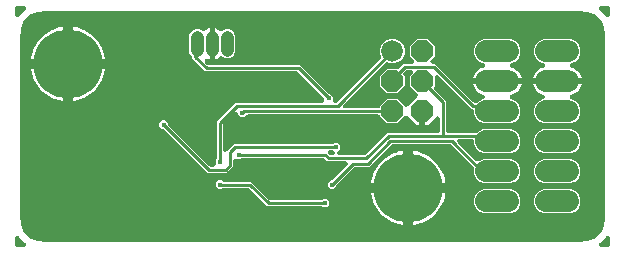
<source format=gbl>
G04 EAGLE Gerber RS-274X export*
G75*
%MOMM*%
%FSLAX34Y34*%
%LPD*%
%INBottom Copper*%
%IPPOS*%
%AMOC8*
5,1,8,0,0,1.08239X$1,22.5*%
G01*
%ADD10C,1.108000*%
%ADD11C,1.828800*%
%ADD12C,5.842000*%
%ADD13C,1.828800*%
%ADD14P,1.979475X8X292.500000*%
%ADD15C,0.254000*%
%ADD16C,0.452400*%
%ADD17C,0.502400*%

G36*
X477279Y2003D02*
X477279Y2003D01*
X477306Y2001D01*
X477479Y2023D01*
X477653Y2041D01*
X477678Y2048D01*
X477705Y2052D01*
X477871Y2107D01*
X478038Y2159D01*
X478061Y2172D01*
X478087Y2180D01*
X478238Y2267D01*
X478392Y2351D01*
X478412Y2368D01*
X478436Y2381D01*
X478689Y2596D01*
X478856Y2763D01*
X480000Y2763D01*
X480066Y2769D01*
X480159Y2769D01*
X482538Y2956D01*
X482610Y2969D01*
X482684Y2973D01*
X482848Y3012D01*
X482934Y3027D01*
X482965Y3040D01*
X483006Y3049D01*
X487531Y4519D01*
X487671Y4581D01*
X487814Y4636D01*
X487861Y4664D01*
X487900Y4681D01*
X487970Y4731D01*
X488097Y4808D01*
X491946Y7604D01*
X492060Y7706D01*
X492179Y7802D01*
X492215Y7844D01*
X492247Y7872D01*
X492299Y7941D01*
X492396Y8054D01*
X495192Y11903D01*
X495269Y12035D01*
X495353Y12163D01*
X495374Y12214D01*
X495395Y12250D01*
X495423Y12332D01*
X495481Y12469D01*
X496951Y16994D01*
X496966Y17065D01*
X496991Y17134D01*
X497018Y17302D01*
X497036Y17387D01*
X497037Y17420D01*
X497044Y17462D01*
X497231Y19841D01*
X497230Y19907D01*
X497237Y20000D01*
X497237Y21144D01*
X497404Y21311D01*
X497421Y21332D01*
X497442Y21350D01*
X497549Y21488D01*
X497659Y21623D01*
X497672Y21647D01*
X497688Y21668D01*
X497766Y21825D01*
X497848Y21979D01*
X497856Y22004D01*
X497868Y22028D01*
X497913Y22198D01*
X497963Y22365D01*
X497965Y22391D01*
X497972Y22417D01*
X497999Y22748D01*
X497999Y177252D01*
X497997Y177279D01*
X497999Y177306D01*
X497977Y177479D01*
X497959Y177653D01*
X497952Y177678D01*
X497948Y177705D01*
X497893Y177871D01*
X497841Y178038D01*
X497828Y178061D01*
X497820Y178087D01*
X497733Y178238D01*
X497649Y178392D01*
X497632Y178412D01*
X497619Y178436D01*
X497404Y178689D01*
X497237Y178856D01*
X497237Y180000D01*
X497231Y180066D01*
X497231Y180159D01*
X497044Y182538D01*
X497031Y182610D01*
X497027Y182684D01*
X496988Y182848D01*
X496973Y182934D01*
X496960Y182965D01*
X496951Y183006D01*
X495481Y187531D01*
X495439Y187625D01*
X495417Y187693D01*
X495397Y187729D01*
X495364Y187814D01*
X495336Y187861D01*
X495319Y187900D01*
X495269Y187970D01*
X495192Y188097D01*
X492396Y191946D01*
X492294Y192060D01*
X492198Y192179D01*
X492156Y192215D01*
X492128Y192247D01*
X492059Y192299D01*
X491946Y192396D01*
X488097Y195192D01*
X487965Y195269D01*
X487837Y195353D01*
X487786Y195374D01*
X487750Y195395D01*
X487668Y195423D01*
X487531Y195481D01*
X483006Y196951D01*
X482935Y196966D01*
X482866Y196991D01*
X482698Y197018D01*
X482613Y197036D01*
X482580Y197037D01*
X482538Y197044D01*
X480159Y197231D01*
X480093Y197230D01*
X480000Y197237D01*
X478856Y197237D01*
X478689Y197404D01*
X478668Y197421D01*
X478650Y197442D01*
X478512Y197549D01*
X478377Y197659D01*
X478353Y197672D01*
X478332Y197688D01*
X478175Y197766D01*
X478021Y197848D01*
X477996Y197856D01*
X477972Y197868D01*
X477802Y197913D01*
X477635Y197963D01*
X477609Y197965D01*
X477583Y197972D01*
X477252Y197999D01*
X22748Y197999D01*
X22721Y197997D01*
X22694Y197999D01*
X22521Y197977D01*
X22347Y197959D01*
X22322Y197952D01*
X22295Y197948D01*
X22129Y197893D01*
X21962Y197841D01*
X21939Y197828D01*
X21913Y197820D01*
X21762Y197733D01*
X21608Y197649D01*
X21588Y197632D01*
X21564Y197619D01*
X21311Y197404D01*
X21144Y197237D01*
X20000Y197237D01*
X19934Y197231D01*
X19841Y197231D01*
X17462Y197044D01*
X17390Y197031D01*
X17316Y197027D01*
X17168Y196992D01*
X17163Y196991D01*
X17153Y196988D01*
X17152Y196988D01*
X17066Y196973D01*
X17035Y196960D01*
X16994Y196951D01*
X12469Y195481D01*
X12329Y195419D01*
X12186Y195364D01*
X12139Y195336D01*
X12100Y195319D01*
X12030Y195269D01*
X11903Y195192D01*
X8054Y192396D01*
X7940Y192294D01*
X7821Y192198D01*
X7785Y192156D01*
X7753Y192128D01*
X7701Y192059D01*
X7604Y191946D01*
X4808Y188097D01*
X4746Y187991D01*
X4741Y187985D01*
X4730Y187965D01*
X4647Y187837D01*
X4626Y187786D01*
X4605Y187750D01*
X4577Y187670D01*
X4555Y187628D01*
X4546Y187594D01*
X4519Y187531D01*
X3049Y183006D01*
X3034Y182935D01*
X3009Y182866D01*
X2982Y182698D01*
X2964Y182613D01*
X2963Y182580D01*
X2956Y182538D01*
X2769Y180159D01*
X2770Y180093D01*
X2763Y180000D01*
X2763Y178856D01*
X2596Y178689D01*
X2579Y178668D01*
X2558Y178650D01*
X2451Y178512D01*
X2341Y178377D01*
X2328Y178353D01*
X2312Y178332D01*
X2234Y178175D01*
X2152Y178021D01*
X2144Y177996D01*
X2132Y177972D01*
X2087Y177802D01*
X2037Y177635D01*
X2035Y177609D01*
X2028Y177583D01*
X2001Y177252D01*
X2001Y22748D01*
X2003Y22721D01*
X2001Y22694D01*
X2023Y22521D01*
X2041Y22347D01*
X2048Y22322D01*
X2052Y22295D01*
X2107Y22129D01*
X2159Y21962D01*
X2172Y21939D01*
X2180Y21913D01*
X2267Y21762D01*
X2351Y21608D01*
X2368Y21588D01*
X2381Y21564D01*
X2596Y21311D01*
X2763Y21144D01*
X2763Y20000D01*
X2769Y19934D01*
X2769Y19841D01*
X2956Y17462D01*
X2969Y17390D01*
X2973Y17316D01*
X3012Y17152D01*
X3027Y17066D01*
X3040Y17035D01*
X3049Y16994D01*
X4519Y12469D01*
X4581Y12329D01*
X4636Y12186D01*
X4664Y12139D01*
X4681Y12100D01*
X4731Y12030D01*
X4808Y11903D01*
X7604Y8054D01*
X7706Y7940D01*
X7802Y7821D01*
X7844Y7785D01*
X7872Y7753D01*
X7941Y7701D01*
X8054Y7604D01*
X11903Y4808D01*
X12035Y4731D01*
X12163Y4647D01*
X12214Y4626D01*
X12250Y4605D01*
X12332Y4577D01*
X12469Y4519D01*
X16994Y3049D01*
X17065Y3034D01*
X17134Y3009D01*
X17302Y2982D01*
X17387Y2964D01*
X17420Y2963D01*
X17462Y2956D01*
X19841Y2769D01*
X19907Y2770D01*
X20000Y2763D01*
X21144Y2763D01*
X21311Y2596D01*
X21318Y2590D01*
X21319Y2589D01*
X21328Y2582D01*
X21332Y2579D01*
X21350Y2558D01*
X21488Y2451D01*
X21623Y2341D01*
X21647Y2328D01*
X21668Y2312D01*
X21825Y2234D01*
X21979Y2152D01*
X22004Y2144D01*
X22028Y2132D01*
X22198Y2087D01*
X22365Y2037D01*
X22391Y2035D01*
X22417Y2028D01*
X22748Y2001D01*
X477252Y2001D01*
X477279Y2003D01*
G37*
%LPC*%
G36*
X265237Y47267D02*
X265237Y47267D01*
X263167Y49337D01*
X263167Y52263D01*
X265237Y54333D01*
X265798Y54333D01*
X265825Y54335D01*
X265852Y54333D01*
X266025Y54355D01*
X266199Y54373D01*
X266224Y54380D01*
X266251Y54384D01*
X266417Y54439D01*
X266584Y54491D01*
X266607Y54504D01*
X266633Y54512D01*
X266784Y54599D01*
X266938Y54683D01*
X266958Y54700D01*
X266982Y54713D01*
X267235Y54928D01*
X279324Y67017D01*
X279329Y67024D01*
X279336Y67029D01*
X279456Y67179D01*
X279579Y67328D01*
X279583Y67336D01*
X279588Y67343D01*
X279677Y67514D01*
X279767Y67684D01*
X279770Y67692D01*
X279774Y67700D01*
X279827Y67886D01*
X279882Y68070D01*
X279883Y68079D01*
X279885Y68087D01*
X279901Y68279D01*
X279918Y68471D01*
X279917Y68480D01*
X279918Y68489D01*
X279896Y68678D01*
X279875Y68871D01*
X279872Y68880D01*
X279871Y68888D01*
X279812Y69070D01*
X279754Y69255D01*
X279749Y69263D01*
X279746Y69271D01*
X279651Y69440D01*
X279559Y69607D01*
X279553Y69614D01*
X279549Y69622D01*
X279423Y69768D01*
X279298Y69914D01*
X279291Y69920D01*
X279285Y69927D01*
X279134Y70044D01*
X278982Y70164D01*
X278974Y70168D01*
X278967Y70173D01*
X278795Y70259D01*
X278623Y70346D01*
X278615Y70349D01*
X278607Y70353D01*
X278420Y70403D01*
X278235Y70454D01*
X278227Y70455D01*
X278218Y70457D01*
X277887Y70484D01*
X262473Y70484D01*
X260389Y72568D01*
X259893Y73064D01*
X259872Y73081D01*
X259854Y73102D01*
X259716Y73209D01*
X259581Y73319D01*
X259557Y73332D01*
X259536Y73348D01*
X259380Y73426D01*
X259225Y73508D01*
X259200Y73516D01*
X259176Y73528D01*
X259007Y73573D01*
X258839Y73623D01*
X258813Y73625D01*
X258787Y73632D01*
X258456Y73659D01*
X190622Y73659D01*
X190595Y73657D01*
X190568Y73659D01*
X190394Y73637D01*
X190221Y73619D01*
X190196Y73612D01*
X190169Y73608D01*
X190003Y73553D01*
X189836Y73501D01*
X189813Y73488D01*
X189787Y73480D01*
X189636Y73393D01*
X189482Y73309D01*
X189462Y73292D01*
X189438Y73279D01*
X189185Y73064D01*
X188788Y72667D01*
X185539Y72667D01*
X185480Y72684D01*
X185295Y72739D01*
X185286Y72740D01*
X185278Y72742D01*
X185086Y72758D01*
X184895Y72776D01*
X184885Y72775D01*
X184876Y72775D01*
X184686Y72753D01*
X184494Y72732D01*
X184486Y72729D01*
X184477Y72728D01*
X184293Y72668D01*
X184110Y72611D01*
X184102Y72606D01*
X184094Y72604D01*
X183927Y72509D01*
X183758Y72416D01*
X183751Y72410D01*
X183743Y72406D01*
X183598Y72281D01*
X183451Y72156D01*
X183445Y72148D01*
X183438Y72143D01*
X183321Y71991D01*
X183201Y71840D01*
X183197Y71832D01*
X183192Y71824D01*
X183106Y71652D01*
X183019Y71481D01*
X183017Y71472D01*
X183012Y71464D01*
X182962Y71276D01*
X182911Y71093D01*
X182910Y71084D01*
X182908Y71075D01*
X182881Y70744D01*
X182881Y66258D01*
X177582Y60959D01*
X160873Y60959D01*
X124360Y97472D01*
X124339Y97489D01*
X124321Y97510D01*
X124183Y97617D01*
X124048Y97727D01*
X124024Y97740D01*
X124003Y97756D01*
X123846Y97834D01*
X123692Y97916D01*
X123667Y97924D01*
X123643Y97936D01*
X123473Y97981D01*
X123306Y98031D01*
X123280Y98033D01*
X123254Y98040D01*
X122923Y98067D01*
X122362Y98067D01*
X120292Y100137D01*
X120292Y103063D01*
X122362Y105133D01*
X125288Y105133D01*
X127358Y103063D01*
X127358Y102502D01*
X127360Y102475D01*
X127358Y102448D01*
X127380Y102275D01*
X127398Y102101D01*
X127405Y102076D01*
X127409Y102049D01*
X127464Y101883D01*
X127516Y101716D01*
X127529Y101693D01*
X127537Y101667D01*
X127624Y101516D01*
X127708Y101362D01*
X127725Y101342D01*
X127738Y101318D01*
X127953Y101065D01*
X162382Y66636D01*
X162403Y66619D01*
X162421Y66598D01*
X162559Y66491D01*
X162694Y66381D01*
X162718Y66368D01*
X162739Y66352D01*
X162896Y66274D01*
X163050Y66192D01*
X163075Y66184D01*
X163099Y66172D01*
X163269Y66127D01*
X163436Y66077D01*
X163462Y66075D01*
X163488Y66068D01*
X163819Y66041D01*
X165886Y66041D01*
X165904Y66043D01*
X165922Y66041D01*
X166104Y66062D01*
X166287Y66081D01*
X166304Y66086D01*
X166321Y66088D01*
X166496Y66145D01*
X166672Y66199D01*
X166687Y66207D01*
X166704Y66213D01*
X166864Y66303D01*
X167026Y66391D01*
X167039Y66402D01*
X167055Y66411D01*
X167194Y66531D01*
X167335Y66648D01*
X167346Y66662D01*
X167360Y66674D01*
X167472Y66819D01*
X167587Y66962D01*
X167595Y66978D01*
X167606Y66992D01*
X167688Y67157D01*
X167773Y67319D01*
X167778Y67336D01*
X167786Y67352D01*
X167833Y67531D01*
X167884Y67706D01*
X167886Y67724D01*
X167890Y67741D01*
X167917Y68072D01*
X167917Y71313D01*
X168314Y71710D01*
X168331Y71731D01*
X168352Y71749D01*
X168459Y71886D01*
X168569Y72022D01*
X168582Y72046D01*
X168598Y72067D01*
X168676Y72224D01*
X168758Y72378D01*
X168766Y72403D01*
X168778Y72427D01*
X168823Y72597D01*
X168873Y72763D01*
X168875Y72790D01*
X168882Y72816D01*
X168909Y73147D01*
X168909Y104240D01*
X184685Y120016D01*
X257961Y120016D01*
X257979Y120018D01*
X257997Y120016D01*
X258179Y120037D01*
X258362Y120056D01*
X258379Y120061D01*
X258396Y120063D01*
X258571Y120120D01*
X258747Y120174D01*
X258762Y120182D01*
X258779Y120188D01*
X258939Y120278D01*
X259101Y120366D01*
X259114Y120377D01*
X259130Y120386D01*
X259269Y120506D01*
X259410Y120623D01*
X259421Y120637D01*
X259435Y120649D01*
X259547Y120794D01*
X259662Y120937D01*
X259670Y120953D01*
X259681Y120967D01*
X259763Y121132D01*
X259848Y121294D01*
X259853Y121311D01*
X259861Y121327D01*
X259908Y121506D01*
X259959Y121681D01*
X259961Y121699D01*
X259965Y121716D01*
X259992Y122047D01*
X259992Y122923D01*
X259990Y122950D01*
X259992Y122977D01*
X259970Y123150D01*
X259952Y123324D01*
X259945Y123349D01*
X259941Y123376D01*
X259886Y123542D01*
X259834Y123709D01*
X259821Y123732D01*
X259813Y123758D01*
X259726Y123909D01*
X259642Y124063D01*
X259625Y124083D01*
X259612Y124107D01*
X259397Y124360D01*
X237668Y146089D01*
X237647Y146106D01*
X237629Y146127D01*
X237491Y146234D01*
X237356Y146344D01*
X237332Y146357D01*
X237311Y146373D01*
X237154Y146451D01*
X237000Y146533D01*
X236975Y146541D01*
X236951Y146553D01*
X236781Y146598D01*
X236614Y146648D01*
X236588Y146650D01*
X236562Y146657D01*
X236231Y146684D01*
X159285Y146684D01*
X148272Y157698D01*
X148272Y158215D01*
X148269Y158242D01*
X148271Y158268D01*
X148249Y158442D01*
X148232Y158616D01*
X148224Y158641D01*
X148221Y158668D01*
X148165Y158834D01*
X148114Y159001D01*
X148101Y159024D01*
X148092Y159050D01*
X148005Y159201D01*
X147922Y159355D01*
X147905Y159375D01*
X147891Y159398D01*
X147677Y159651D01*
X146626Y160702D01*
X145589Y163205D01*
X145589Y176995D01*
X146626Y179498D01*
X148542Y181414D01*
X151045Y182451D01*
X153755Y182451D01*
X156258Y181414D01*
X156416Y181256D01*
X156429Y181245D01*
X156441Y181231D01*
X156585Y181117D01*
X156727Y181001D01*
X156743Y180993D01*
X156757Y180982D01*
X156921Y180898D01*
X157083Y180812D01*
X157100Y180807D01*
X157116Y180799D01*
X157293Y180750D01*
X157469Y180698D01*
X157487Y180696D01*
X157504Y180691D01*
X157687Y180678D01*
X157870Y180661D01*
X157888Y180663D01*
X157905Y180662D01*
X158087Y180685D01*
X158270Y180705D01*
X158287Y180710D01*
X158305Y180712D01*
X158478Y180771D01*
X158654Y180826D01*
X158670Y180835D01*
X158686Y180841D01*
X158846Y180932D01*
X159006Y181021D01*
X159020Y181033D01*
X159035Y181041D01*
X159288Y181256D01*
X159949Y181917D01*
X161272Y182801D01*
X161681Y182971D01*
X161682Y182971D01*
X162743Y183410D01*
X163069Y183475D01*
X163069Y170100D01*
X163069Y156725D01*
X162743Y156790D01*
X161291Y157391D01*
X161287Y157392D01*
X161283Y157395D01*
X161094Y157451D01*
X160906Y157508D01*
X160901Y157508D01*
X160897Y157509D01*
X160699Y157527D01*
X160505Y157546D01*
X160500Y157545D01*
X160496Y157546D01*
X160297Y157524D01*
X160104Y157504D01*
X160100Y157503D01*
X160096Y157502D01*
X159908Y157443D01*
X159720Y157384D01*
X159716Y157382D01*
X159712Y157381D01*
X159538Y157285D01*
X159367Y157191D01*
X159363Y157188D01*
X159359Y157186D01*
X159205Y157055D01*
X159059Y156932D01*
X159056Y156928D01*
X159052Y156926D01*
X158929Y156770D01*
X158808Y156617D01*
X158806Y156613D01*
X158803Y156610D01*
X158714Y156434D01*
X158624Y156259D01*
X158623Y156255D01*
X158620Y156251D01*
X158567Y156060D01*
X158514Y155872D01*
X158514Y155867D01*
X158512Y155863D01*
X158498Y155662D01*
X158483Y155470D01*
X158483Y155466D01*
X158483Y155461D01*
X158509Y155257D01*
X158532Y155070D01*
X158533Y155066D01*
X158534Y155062D01*
X158596Y154875D01*
X158658Y154688D01*
X158660Y154684D01*
X158662Y154680D01*
X158758Y154512D01*
X158858Y154339D01*
X158860Y154335D01*
X158863Y154331D01*
X159077Y154078D01*
X160795Y152361D01*
X160816Y152344D01*
X160833Y152323D01*
X160971Y152217D01*
X161107Y152106D01*
X161130Y152093D01*
X161151Y152077D01*
X161307Y151999D01*
X161462Y151917D01*
X161488Y151909D01*
X161512Y151897D01*
X161681Y151852D01*
X161848Y151802D01*
X161875Y151800D01*
X161901Y151793D01*
X162231Y151766D01*
X239177Y151766D01*
X262990Y127953D01*
X263011Y127936D01*
X263029Y127915D01*
X263167Y127808D01*
X263302Y127698D01*
X263326Y127685D01*
X263347Y127669D01*
X263504Y127591D01*
X263658Y127509D01*
X263683Y127501D01*
X263707Y127489D01*
X263877Y127444D01*
X264044Y127394D01*
X264070Y127392D01*
X264096Y127385D01*
X264427Y127358D01*
X264988Y127358D01*
X267058Y125288D01*
X267058Y122047D01*
X267060Y122029D01*
X267058Y122011D01*
X267079Y121829D01*
X267098Y121646D01*
X267103Y121629D01*
X267105Y121612D01*
X267162Y121436D01*
X267216Y121261D01*
X267224Y121246D01*
X267230Y121229D01*
X267320Y121069D01*
X267408Y120907D01*
X267419Y120894D01*
X267428Y120878D01*
X267548Y120739D01*
X267665Y120598D01*
X267679Y120587D01*
X267691Y120573D01*
X267836Y120461D01*
X267979Y120346D01*
X267995Y120338D01*
X268009Y120327D01*
X268174Y120245D01*
X268336Y120160D01*
X268353Y120155D01*
X268369Y120147D01*
X268548Y120100D01*
X268723Y120049D01*
X268741Y120047D01*
X268758Y120043D01*
X269089Y120016D01*
X269569Y120016D01*
X269595Y120018D01*
X269622Y120016D01*
X269796Y120038D01*
X269969Y120056D01*
X269995Y120063D01*
X270021Y120067D01*
X270187Y120122D01*
X270354Y120174D01*
X270378Y120187D01*
X270403Y120195D01*
X270555Y120282D01*
X270708Y120366D01*
X270729Y120383D01*
X270752Y120396D01*
X271005Y120611D01*
X307586Y157192D01*
X307601Y157209D01*
X307617Y157224D01*
X307728Y157365D01*
X307841Y157503D01*
X307852Y157523D01*
X307866Y157541D01*
X307946Y157701D01*
X308030Y157859D01*
X308036Y157881D01*
X308046Y157901D01*
X308094Y158073D01*
X308145Y158245D01*
X308147Y158267D01*
X308153Y158289D01*
X308165Y158468D01*
X308181Y158646D01*
X308179Y158668D01*
X308180Y158691D01*
X308157Y158868D01*
X308138Y159046D01*
X308131Y159068D01*
X308128Y159090D01*
X308027Y159406D01*
X307085Y161678D01*
X307085Y165822D01*
X308671Y169649D01*
X311601Y172579D01*
X315428Y174165D01*
X319572Y174165D01*
X323399Y172579D01*
X326329Y169649D01*
X327915Y165822D01*
X327915Y161678D01*
X326329Y157851D01*
X324982Y156503D01*
X324976Y156496D01*
X324969Y156491D01*
X324849Y156341D01*
X324727Y156192D01*
X324723Y156184D01*
X324717Y156177D01*
X324629Y156007D01*
X324538Y155836D01*
X324536Y155827D01*
X324532Y155820D01*
X324478Y155634D01*
X324423Y155450D01*
X324423Y155441D01*
X324420Y155433D01*
X324405Y155242D01*
X324402Y155210D01*
X324263Y155191D01*
X324068Y155167D01*
X324064Y155166D01*
X324060Y155165D01*
X323744Y155063D01*
X319572Y153335D01*
X315428Y153335D01*
X313492Y154138D01*
X313470Y154144D01*
X313450Y154154D01*
X313278Y154202D01*
X313106Y154254D01*
X313084Y154256D01*
X313062Y154262D01*
X312883Y154275D01*
X312705Y154292D01*
X312683Y154290D01*
X312661Y154291D01*
X312483Y154269D01*
X312305Y154251D01*
X312284Y154244D01*
X312261Y154241D01*
X312091Y154184D01*
X311921Y154131D01*
X311901Y154120D01*
X311880Y154113D01*
X311724Y154023D01*
X311567Y153937D01*
X311550Y153923D01*
X311531Y153912D01*
X311278Y153697D01*
X276301Y118721D01*
X276296Y118714D01*
X276289Y118708D01*
X276169Y118559D01*
X276046Y118409D01*
X276042Y118401D01*
X276037Y118394D01*
X275948Y118223D01*
X275858Y118054D01*
X275855Y118045D01*
X275851Y118037D01*
X275798Y117852D01*
X275743Y117668D01*
X275742Y117659D01*
X275740Y117650D01*
X275724Y117457D01*
X275707Y117267D01*
X275708Y117258D01*
X275707Y117249D01*
X275729Y117058D01*
X275750Y116866D01*
X275753Y116858D01*
X275754Y116849D01*
X275813Y116667D01*
X275871Y116483D01*
X275876Y116475D01*
X275879Y116466D01*
X275974Y116298D01*
X276066Y116130D01*
X276072Y116124D01*
X276076Y116116D01*
X276202Y115970D01*
X276327Y115823D01*
X276334Y115818D01*
X276340Y115811D01*
X276491Y115694D01*
X276643Y115574D01*
X276651Y115570D01*
X276658Y115564D01*
X276830Y115479D01*
X277002Y115391D01*
X277010Y115389D01*
X277018Y115385D01*
X277205Y115335D01*
X277390Y115283D01*
X277398Y115283D01*
X277407Y115280D01*
X277738Y115253D01*
X305054Y115253D01*
X305072Y115255D01*
X305090Y115254D01*
X305272Y115275D01*
X305455Y115293D01*
X305472Y115298D01*
X305489Y115300D01*
X305664Y115357D01*
X305840Y115411D01*
X305855Y115420D01*
X305872Y115425D01*
X306032Y115516D01*
X306194Y115603D01*
X306207Y115614D01*
X306223Y115623D01*
X306362Y115743D01*
X306503Y115861D01*
X306514Y115875D01*
X306528Y115886D01*
X306640Y116031D01*
X306755Y116175D01*
X306763Y116190D01*
X306774Y116204D01*
X306856Y116369D01*
X306941Y116532D01*
X306946Y116549D01*
X306954Y116565D01*
X307001Y116743D01*
X307052Y116919D01*
X307054Y116937D01*
X307058Y116954D01*
X307083Y117262D01*
X313186Y123365D01*
X321814Y123365D01*
X327866Y117313D01*
X327879Y117302D01*
X327891Y117288D01*
X328035Y117174D01*
X328177Y117058D01*
X328193Y117050D01*
X328207Y117038D01*
X328371Y116955D01*
X328533Y116869D01*
X328550Y116864D01*
X328566Y116856D01*
X328743Y116807D01*
X328919Y116754D01*
X328937Y116753D01*
X328954Y116748D01*
X329137Y116735D01*
X329320Y116718D01*
X329338Y116720D01*
X329355Y116719D01*
X329537Y116742D01*
X329720Y116761D01*
X329737Y116767D01*
X329755Y116769D01*
X329928Y116827D01*
X330104Y116883D01*
X330120Y116892D01*
X330136Y116897D01*
X330296Y116989D01*
X330456Y117078D01*
X330470Y117089D01*
X330485Y117098D01*
X330738Y117313D01*
X338537Y125112D01*
X338548Y125126D01*
X338562Y125137D01*
X338675Y125281D01*
X338792Y125423D01*
X338800Y125439D01*
X338812Y125453D01*
X338895Y125617D01*
X338981Y125779D01*
X338986Y125796D01*
X338994Y125812D01*
X339043Y125989D01*
X339096Y126165D01*
X339097Y126183D01*
X339102Y126200D01*
X339115Y126383D01*
X339132Y126566D01*
X339130Y126584D01*
X339131Y126601D01*
X339108Y126783D01*
X339089Y126966D01*
X339083Y126983D01*
X339081Y127001D01*
X339023Y127175D01*
X338967Y127350D01*
X338958Y127366D01*
X338953Y127382D01*
X338861Y127542D01*
X338772Y127702D01*
X338761Y127716D01*
X338752Y127731D01*
X338537Y127984D01*
X332485Y134036D01*
X332485Y142664D01*
X334308Y144487D01*
X334314Y144494D01*
X334321Y144499D01*
X334441Y144649D01*
X334563Y144798D01*
X334567Y144806D01*
X334573Y144813D01*
X334661Y144983D01*
X334752Y145154D01*
X334754Y145163D01*
X334758Y145170D01*
X334811Y145355D01*
X334867Y145540D01*
X334867Y145549D01*
X334870Y145557D01*
X334885Y145748D01*
X334903Y145941D01*
X334902Y145950D01*
X334903Y145959D01*
X334880Y146148D01*
X334860Y146341D01*
X334857Y146350D01*
X334856Y146358D01*
X334796Y146540D01*
X334738Y146725D01*
X334734Y146733D01*
X334731Y146741D01*
X334636Y146910D01*
X334543Y147077D01*
X334537Y147084D01*
X334533Y147092D01*
X334407Y147238D01*
X334283Y147384D01*
X334276Y147390D01*
X334270Y147397D01*
X334118Y147514D01*
X333967Y147634D01*
X333959Y147638D01*
X333952Y147643D01*
X333780Y147729D01*
X333608Y147816D01*
X333599Y147819D01*
X333591Y147823D01*
X333405Y147873D01*
X333220Y147924D01*
X333211Y147925D01*
X333202Y147927D01*
X332872Y147954D01*
X330189Y147954D01*
X330162Y147952D01*
X330135Y147954D01*
X329962Y147932D01*
X329788Y147914D01*
X329763Y147907D01*
X329736Y147903D01*
X329570Y147848D01*
X329403Y147796D01*
X329380Y147783D01*
X329354Y147775D01*
X329203Y147688D01*
X329049Y147604D01*
X329029Y147587D01*
X329005Y147574D01*
X328752Y147359D01*
X327422Y146029D01*
X327411Y146015D01*
X327397Y146004D01*
X327284Y145860D01*
X327167Y145718D01*
X327159Y145702D01*
X327148Y145688D01*
X327065Y145524D01*
X326979Y145362D01*
X326973Y145345D01*
X326965Y145329D01*
X326916Y145152D01*
X326864Y144976D01*
X326862Y144958D01*
X326857Y144941D01*
X326844Y144758D01*
X326827Y144575D01*
X326829Y144557D01*
X326828Y144539D01*
X326851Y144358D01*
X326871Y144175D01*
X326876Y144158D01*
X326878Y144140D01*
X326936Y143967D01*
X326992Y143791D01*
X327001Y143775D01*
X327007Y143758D01*
X327098Y143599D01*
X327187Y143439D01*
X327199Y143425D01*
X327208Y143409D01*
X327422Y143156D01*
X327915Y142664D01*
X327915Y134036D01*
X321814Y127935D01*
X313186Y127935D01*
X307085Y134036D01*
X307085Y142664D01*
X313186Y148765D01*
X322130Y148765D01*
X322157Y148767D01*
X322184Y148765D01*
X322357Y148787D01*
X322531Y148805D01*
X322556Y148812D01*
X322583Y148816D01*
X322749Y148872D01*
X322916Y148923D01*
X322939Y148935D01*
X322965Y148944D01*
X323116Y149031D01*
X323270Y149115D01*
X323290Y149132D01*
X323313Y149145D01*
X323567Y149360D01*
X325957Y151750D01*
X325960Y151754D01*
X325964Y151757D01*
X326088Y151910D01*
X326212Y152062D01*
X326214Y152066D01*
X326217Y152069D01*
X326310Y152246D01*
X326401Y152418D01*
X326402Y152422D01*
X326404Y152426D01*
X326459Y152614D01*
X326516Y152804D01*
X326516Y152808D01*
X326517Y152812D01*
X326534Y153005D01*
X326537Y153036D01*
X333982Y153036D01*
X333991Y153037D01*
X334000Y153036D01*
X334191Y153057D01*
X334382Y153076D01*
X334391Y153078D01*
X334400Y153079D01*
X334582Y153137D01*
X334767Y153194D01*
X334775Y153198D01*
X334784Y153201D01*
X334952Y153294D01*
X335121Y153386D01*
X335128Y153391D01*
X335136Y153396D01*
X335283Y153520D01*
X335431Y153643D01*
X335436Y153650D01*
X335443Y153656D01*
X335562Y153807D01*
X335683Y153957D01*
X335687Y153965D01*
X335693Y153972D01*
X335780Y154145D01*
X335868Y154314D01*
X335871Y154323D01*
X335875Y154331D01*
X335927Y154517D01*
X335980Y154701D01*
X335981Y154710D01*
X335983Y154719D01*
X335997Y154912D01*
X336013Y155103D01*
X336012Y155111D01*
X336012Y155120D01*
X335988Y155313D01*
X335966Y155502D01*
X335963Y155511D01*
X335962Y155520D01*
X335901Y155703D01*
X335841Y155885D01*
X335837Y155893D01*
X335834Y155901D01*
X335738Y156068D01*
X335643Y156236D01*
X335637Y156243D01*
X335633Y156250D01*
X335418Y156503D01*
X332485Y159436D01*
X332485Y168064D01*
X338586Y174165D01*
X347214Y174165D01*
X353315Y168064D01*
X353315Y159436D01*
X350382Y156503D01*
X350376Y156496D01*
X350369Y156491D01*
X350249Y156341D01*
X350127Y156192D01*
X350123Y156184D01*
X350117Y156177D01*
X350029Y156007D01*
X349938Y155836D01*
X349936Y155827D01*
X349932Y155820D01*
X349878Y155634D01*
X349823Y155450D01*
X349823Y155441D01*
X349820Y155433D01*
X349805Y155242D01*
X349787Y155049D01*
X349788Y155040D01*
X349787Y155031D01*
X349810Y154842D01*
X349830Y154649D01*
X349833Y154640D01*
X349834Y154632D01*
X349894Y154450D01*
X349952Y154265D01*
X349956Y154257D01*
X349959Y154249D01*
X350054Y154080D01*
X350147Y153913D01*
X350153Y153906D01*
X350157Y153898D01*
X350283Y153752D01*
X350407Y153606D01*
X350414Y153600D01*
X350420Y153593D01*
X350572Y153476D01*
X350723Y153356D01*
X350731Y153352D01*
X350738Y153347D01*
X350910Y153261D01*
X351082Y153174D01*
X351091Y153171D01*
X351099Y153167D01*
X351285Y153117D01*
X351470Y153066D01*
X351479Y153065D01*
X351488Y153063D01*
X351818Y153036D01*
X353795Y153036D01*
X386220Y120611D01*
X386241Y120594D01*
X386258Y120573D01*
X386396Y120466D01*
X386531Y120356D01*
X386555Y120343D01*
X386576Y120327D01*
X386733Y120249D01*
X386887Y120167D01*
X386913Y120159D01*
X386937Y120147D01*
X387106Y120102D01*
X387273Y120052D01*
X387300Y120050D01*
X387326Y120043D01*
X387656Y120016D01*
X388752Y120016D01*
X388778Y120018D01*
X388805Y120016D01*
X388979Y120038D01*
X389152Y120056D01*
X389178Y120063D01*
X389205Y120067D01*
X389370Y120123D01*
X389537Y120174D01*
X389561Y120187D01*
X389586Y120195D01*
X389737Y120282D01*
X389891Y120366D01*
X389912Y120383D01*
X389935Y120396D01*
X390188Y120611D01*
X391357Y121779D01*
X394660Y123148D01*
X394738Y123189D01*
X394821Y123222D01*
X394915Y123284D01*
X395015Y123338D01*
X395083Y123394D01*
X395158Y123443D01*
X395238Y123522D01*
X395325Y123594D01*
X395381Y123663D01*
X395445Y123725D01*
X395508Y123819D01*
X395579Y123907D01*
X395620Y123985D01*
X395670Y124059D01*
X395714Y124163D01*
X395766Y124263D01*
X395791Y124348D01*
X395825Y124430D01*
X395847Y124541D01*
X395879Y124650D01*
X395887Y124738D01*
X395904Y124825D01*
X395904Y124938D01*
X395914Y125051D01*
X395904Y125139D01*
X395904Y125228D01*
X395881Y125339D01*
X395869Y125451D01*
X395842Y125535D01*
X395824Y125622D01*
X395780Y125727D01*
X395746Y125834D01*
X395702Y125912D01*
X395668Y125994D01*
X395604Y126087D01*
X395549Y126186D01*
X395491Y126253D01*
X395442Y126327D01*
X395361Y126406D01*
X395287Y126492D01*
X395217Y126546D01*
X395154Y126608D01*
X395059Y126670D01*
X394970Y126740D01*
X394891Y126780D01*
X394817Y126828D01*
X394686Y126883D01*
X394611Y126921D01*
X394566Y126933D01*
X394510Y126956D01*
X392770Y127521D01*
X391132Y128356D01*
X389644Y129437D01*
X388343Y130738D01*
X387262Y132226D01*
X386427Y133864D01*
X385859Y135614D01*
X385828Y135811D01*
X405892Y135811D01*
X405910Y135812D01*
X405927Y135811D01*
X406110Y135832D01*
X406292Y135851D01*
X406309Y135856D01*
X406327Y135858D01*
X406405Y135883D01*
X406542Y135844D01*
X406560Y135842D01*
X406577Y135838D01*
X406908Y135811D01*
X426972Y135811D01*
X426941Y135614D01*
X426373Y133864D01*
X425538Y132226D01*
X424457Y130738D01*
X423156Y129437D01*
X421668Y128356D01*
X420030Y127521D01*
X418290Y126956D01*
X418208Y126920D01*
X418124Y126894D01*
X418024Y126840D01*
X417921Y126794D01*
X417848Y126743D01*
X417770Y126701D01*
X417684Y126628D01*
X417591Y126563D01*
X417530Y126499D01*
X417462Y126441D01*
X417392Y126353D01*
X417314Y126271D01*
X417266Y126196D01*
X417211Y126127D01*
X417160Y126026D01*
X417099Y125930D01*
X417068Y125847D01*
X417027Y125769D01*
X416997Y125660D01*
X416956Y125554D01*
X416942Y125466D01*
X416918Y125381D01*
X416909Y125269D01*
X416890Y125157D01*
X416893Y125068D01*
X416886Y124980D01*
X416900Y124868D01*
X416904Y124755D01*
X416924Y124668D01*
X416935Y124580D01*
X416971Y124473D01*
X416997Y124363D01*
X417034Y124282D01*
X417062Y124198D01*
X417118Y124100D01*
X417165Y123997D01*
X417217Y123925D01*
X417261Y123848D01*
X417335Y123763D01*
X417402Y123672D01*
X417467Y123612D01*
X417526Y123545D01*
X417615Y123476D01*
X417698Y123399D01*
X417774Y123353D01*
X417845Y123299D01*
X417970Y123235D01*
X418043Y123191D01*
X418086Y123175D01*
X418140Y123148D01*
X421443Y121779D01*
X424373Y118849D01*
X425959Y115022D01*
X425959Y110878D01*
X424373Y107051D01*
X421443Y104121D01*
X417616Y102535D01*
X395184Y102535D01*
X391357Y104121D01*
X388427Y107051D01*
X386841Y110878D01*
X386841Y112903D01*
X386839Y112921D01*
X386841Y112939D01*
X386820Y113121D01*
X386801Y113304D01*
X386796Y113321D01*
X386794Y113338D01*
X386737Y113513D01*
X386683Y113689D01*
X386675Y113704D01*
X386669Y113721D01*
X386579Y113881D01*
X386491Y114043D01*
X386480Y114056D01*
X386471Y114072D01*
X386351Y114211D01*
X386234Y114352D01*
X386220Y114363D01*
X386208Y114377D01*
X386063Y114489D01*
X385920Y114604D01*
X385904Y114612D01*
X385890Y114623D01*
X385725Y114705D01*
X385563Y114790D01*
X385546Y114795D01*
X385530Y114803D01*
X385351Y114850D01*
X385176Y114901D01*
X385158Y114903D01*
X385141Y114907D01*
X384810Y114934D01*
X384710Y114934D01*
X356782Y142862D01*
X356775Y142868D01*
X356770Y142875D01*
X356620Y142995D01*
X356471Y143117D01*
X356463Y143121D01*
X356456Y143127D01*
X356285Y143216D01*
X356115Y143306D01*
X356107Y143308D01*
X356099Y143312D01*
X355913Y143366D01*
X355729Y143421D01*
X355720Y143421D01*
X355712Y143424D01*
X355520Y143439D01*
X355328Y143457D01*
X355319Y143456D01*
X355310Y143457D01*
X355121Y143435D01*
X354928Y143414D01*
X354919Y143411D01*
X354911Y143410D01*
X354729Y143350D01*
X354544Y143292D01*
X354536Y143288D01*
X354528Y143285D01*
X354359Y143190D01*
X354192Y143097D01*
X354185Y143091D01*
X354177Y143087D01*
X354031Y142961D01*
X353885Y142837D01*
X353879Y142830D01*
X353872Y142824D01*
X353755Y142672D01*
X353635Y142521D01*
X353631Y142513D01*
X353626Y142506D01*
X353540Y142333D01*
X353453Y142162D01*
X353450Y142153D01*
X353446Y142145D01*
X353396Y141959D01*
X353345Y141774D01*
X353344Y141765D01*
X353342Y141756D01*
X353315Y141426D01*
X353315Y134025D01*
X353239Y133930D01*
X353123Y133788D01*
X353115Y133773D01*
X353104Y133759D01*
X353021Y133595D01*
X352935Y133433D01*
X352930Y133416D01*
X352922Y133400D01*
X352872Y133223D01*
X352820Y133047D01*
X352818Y133029D01*
X352814Y133012D01*
X352800Y132829D01*
X352784Y132646D01*
X352786Y132628D01*
X352784Y132610D01*
X352807Y132428D01*
X352827Y132246D01*
X352832Y132228D01*
X352835Y132211D01*
X352893Y132037D01*
X352948Y131862D01*
X352957Y131846D01*
X352963Y131829D01*
X353055Y131670D01*
X353143Y131509D01*
X353155Y131496D01*
X353164Y131480D01*
X353378Y131227D01*
X362903Y121702D01*
X362903Y96647D01*
X362905Y96629D01*
X362904Y96611D01*
X362925Y96429D01*
X362943Y96246D01*
X362948Y96229D01*
X362950Y96212D01*
X363008Y96036D01*
X363061Y95861D01*
X363070Y95846D01*
X363075Y95829D01*
X363166Y95669D01*
X363253Y95507D01*
X363264Y95494D01*
X363273Y95478D01*
X363393Y95339D01*
X363511Y95198D01*
X363525Y95187D01*
X363536Y95173D01*
X363681Y95061D01*
X363825Y94946D01*
X363840Y94938D01*
X363854Y94927D01*
X364019Y94845D01*
X364182Y94760D01*
X364199Y94755D01*
X364215Y94747D01*
X364393Y94700D01*
X364569Y94649D01*
X364587Y94647D01*
X364604Y94643D01*
X364934Y94616D01*
X388752Y94616D01*
X388778Y94618D01*
X388805Y94616D01*
X388979Y94638D01*
X389152Y94656D01*
X389178Y94663D01*
X389205Y94667D01*
X389370Y94723D01*
X389537Y94774D01*
X389561Y94787D01*
X389586Y94795D01*
X389737Y94882D01*
X389891Y94966D01*
X389912Y94983D01*
X389935Y94996D01*
X390188Y95211D01*
X391357Y96379D01*
X394444Y97658D01*
X395184Y97965D01*
X417616Y97965D01*
X421443Y96379D01*
X424373Y93449D01*
X425959Y89622D01*
X425959Y85478D01*
X424373Y81651D01*
X421443Y78721D01*
X417616Y77135D01*
X395184Y77135D01*
X391357Y78721D01*
X388427Y81651D01*
X386841Y85478D01*
X386841Y87503D01*
X386839Y87521D01*
X386841Y87539D01*
X386820Y87721D01*
X386801Y87904D01*
X386796Y87921D01*
X386794Y87938D01*
X386737Y88113D01*
X386683Y88289D01*
X386675Y88304D01*
X386669Y88321D01*
X386579Y88481D01*
X386491Y88643D01*
X386480Y88656D01*
X386471Y88672D01*
X386351Y88811D01*
X386234Y88952D01*
X386220Y88963D01*
X386208Y88977D01*
X386063Y89089D01*
X385920Y89204D01*
X385904Y89212D01*
X385890Y89223D01*
X385725Y89305D01*
X385563Y89390D01*
X385546Y89395D01*
X385530Y89403D01*
X385351Y89450D01*
X385176Y89501D01*
X385158Y89503D01*
X385141Y89507D01*
X384810Y89534D01*
X374575Y89534D01*
X374566Y89533D01*
X374557Y89534D01*
X374364Y89513D01*
X374175Y89494D01*
X374166Y89492D01*
X374157Y89491D01*
X373973Y89432D01*
X373790Y89376D01*
X373782Y89372D01*
X373773Y89369D01*
X373605Y89276D01*
X373436Y89184D01*
X373429Y89179D01*
X373421Y89174D01*
X373274Y89050D01*
X373126Y88927D01*
X373121Y88920D01*
X373114Y88914D01*
X372994Y88762D01*
X372874Y88613D01*
X372870Y88605D01*
X372864Y88598D01*
X372777Y88425D01*
X372689Y88256D01*
X372686Y88247D01*
X372682Y88239D01*
X372630Y88053D01*
X372577Y87869D01*
X372576Y87860D01*
X372574Y87851D01*
X372560Y87658D01*
X372544Y87467D01*
X372545Y87459D01*
X372545Y87450D01*
X372569Y87257D01*
X372591Y87068D01*
X372594Y87059D01*
X372595Y87050D01*
X372656Y86868D01*
X372716Y86685D01*
X372720Y86677D01*
X372723Y86669D01*
X372819Y86502D01*
X372914Y86334D01*
X372920Y86327D01*
X372924Y86320D01*
X373139Y86067D01*
X388355Y70850D01*
X388369Y70839D01*
X388381Y70826D01*
X388525Y70712D01*
X388667Y70595D01*
X388682Y70587D01*
X388696Y70576D01*
X388861Y70492D01*
X389022Y70407D01*
X389039Y70402D01*
X389055Y70394D01*
X389233Y70344D01*
X389408Y70292D01*
X389426Y70290D01*
X389443Y70286D01*
X389626Y70272D01*
X389809Y70256D01*
X389827Y70258D01*
X389845Y70256D01*
X390027Y70279D01*
X390210Y70299D01*
X390227Y70304D01*
X390244Y70307D01*
X390418Y70365D01*
X390593Y70420D01*
X390609Y70429D01*
X390626Y70435D01*
X390785Y70527D01*
X390946Y70615D01*
X390959Y70627D01*
X390975Y70636D01*
X391228Y70850D01*
X391357Y70979D01*
X395184Y72565D01*
X417616Y72565D01*
X421443Y70979D01*
X424373Y68049D01*
X425959Y64222D01*
X425959Y60078D01*
X424373Y56251D01*
X421443Y53321D01*
X419835Y52655D01*
X419835Y52654D01*
X417616Y51735D01*
X395184Y51735D01*
X391357Y53321D01*
X388427Y56251D01*
X386841Y60078D01*
X386841Y64337D01*
X386839Y64363D01*
X386841Y64390D01*
X386819Y64564D01*
X386801Y64737D01*
X386794Y64763D01*
X386790Y64789D01*
X386735Y64955D01*
X386683Y65122D01*
X386670Y65146D01*
X386662Y65171D01*
X386575Y65323D01*
X386491Y65476D01*
X386474Y65497D01*
X386461Y65520D01*
X386246Y65773D01*
X367843Y84177D01*
X367822Y84194D01*
X367804Y84214D01*
X367666Y84321D01*
X367531Y84432D01*
X367507Y84444D01*
X367486Y84461D01*
X367329Y84539D01*
X367175Y84621D01*
X367150Y84628D01*
X367126Y84640D01*
X366956Y84686D01*
X366789Y84735D01*
X366763Y84738D01*
X366737Y84745D01*
X366406Y84772D01*
X317806Y84772D01*
X317780Y84769D01*
X317753Y84771D01*
X317579Y84749D01*
X317406Y84732D01*
X317380Y84724D01*
X317354Y84721D01*
X317188Y84665D01*
X317021Y84614D01*
X316997Y84601D01*
X316972Y84592D01*
X316820Y84505D01*
X316667Y84422D01*
X316646Y84405D01*
X316623Y84392D01*
X316370Y84177D01*
X297915Y65722D01*
X286056Y65722D01*
X286030Y65719D01*
X286003Y65721D01*
X285829Y65699D01*
X285656Y65682D01*
X285630Y65674D01*
X285604Y65671D01*
X285438Y65615D01*
X285271Y65564D01*
X285247Y65551D01*
X285222Y65542D01*
X285070Y65455D01*
X284917Y65372D01*
X284896Y65355D01*
X284873Y65342D01*
X284620Y65127D01*
X270828Y51335D01*
X270811Y51314D01*
X270790Y51296D01*
X270683Y51158D01*
X270573Y51023D01*
X270560Y50999D01*
X270544Y50978D01*
X270466Y50822D01*
X270384Y50667D01*
X270376Y50642D01*
X270364Y50618D01*
X270319Y50448D01*
X270269Y50281D01*
X270267Y50255D01*
X270260Y50229D01*
X270233Y49898D01*
X270233Y49337D01*
X268163Y47267D01*
X265237Y47267D01*
G37*
%LPD*%
G36*
X293408Y75568D02*
X293408Y75568D01*
X293435Y75566D01*
X293608Y75588D01*
X293782Y75606D01*
X293807Y75613D01*
X293834Y75617D01*
X294000Y75672D01*
X294167Y75724D01*
X294190Y75737D01*
X294216Y75745D01*
X294367Y75832D01*
X294521Y75916D01*
X294541Y75933D01*
X294565Y75946D01*
X294818Y76161D01*
X313273Y94616D01*
X355791Y94616D01*
X355808Y94618D01*
X355826Y94616D01*
X356008Y94637D01*
X356191Y94656D01*
X356208Y94661D01*
X356226Y94663D01*
X356400Y94720D01*
X356576Y94774D01*
X356592Y94782D01*
X356609Y94788D01*
X356769Y94878D01*
X356930Y94966D01*
X356944Y94977D01*
X356959Y94986D01*
X357099Y95106D01*
X357239Y95223D01*
X357251Y95237D01*
X357264Y95249D01*
X357376Y95394D01*
X357492Y95537D01*
X357500Y95553D01*
X357511Y95567D01*
X357593Y95732D01*
X357677Y95894D01*
X357682Y95911D01*
X357690Y95927D01*
X357738Y96106D01*
X357789Y96281D01*
X357790Y96299D01*
X357795Y96316D01*
X357822Y96647D01*
X357822Y106443D01*
X357821Y106452D01*
X357822Y106461D01*
X357801Y106655D01*
X357782Y106844D01*
X357779Y106852D01*
X357778Y106861D01*
X357720Y107045D01*
X357664Y107229D01*
X357659Y107237D01*
X357657Y107245D01*
X357564Y107414D01*
X357472Y107583D01*
X357466Y107590D01*
X357462Y107597D01*
X357337Y107744D01*
X357214Y107892D01*
X357207Y107898D01*
X357201Y107904D01*
X357051Y108023D01*
X356900Y108144D01*
X356893Y108149D01*
X356886Y108154D01*
X356713Y108242D01*
X356543Y108330D01*
X356535Y108332D01*
X356527Y108336D01*
X356340Y108388D01*
X356156Y108441D01*
X356147Y108442D01*
X356139Y108444D01*
X355946Y108459D01*
X355755Y108474D01*
X355746Y108473D01*
X355737Y108474D01*
X355545Y108449D01*
X355355Y108427D01*
X355347Y108425D01*
X355338Y108423D01*
X355155Y108362D01*
X354972Y108302D01*
X354964Y108298D01*
X354956Y108295D01*
X354789Y108199D01*
X354622Y108105D01*
X354615Y108099D01*
X354607Y108094D01*
X354354Y107880D01*
X347740Y101265D01*
X345439Y101265D01*
X345439Y112442D01*
X345437Y112460D01*
X345439Y112477D01*
X345418Y112660D01*
X345399Y112842D01*
X345394Y112859D01*
X345392Y112877D01*
X345335Y113052D01*
X345281Y113227D01*
X345273Y113243D01*
X345267Y113260D01*
X345177Y113420D01*
X345089Y113581D01*
X345078Y113595D01*
X345069Y113611D01*
X344949Y113750D01*
X344832Y113891D01*
X344818Y113902D01*
X344806Y113915D01*
X344661Y114028D01*
X344518Y114143D01*
X344502Y114151D01*
X344488Y114162D01*
X344323Y114244D01*
X344161Y114328D01*
X344144Y114333D01*
X344128Y114341D01*
X343949Y114389D01*
X343774Y114440D01*
X343756Y114441D01*
X343739Y114446D01*
X343408Y114473D01*
X342392Y114473D01*
X342374Y114471D01*
X342356Y114473D01*
X342174Y114451D01*
X341991Y114433D01*
X341974Y114428D01*
X341957Y114426D01*
X341782Y114369D01*
X341606Y114315D01*
X341591Y114307D01*
X341574Y114301D01*
X341414Y114211D01*
X341252Y114123D01*
X341239Y114112D01*
X341223Y114103D01*
X341084Y113983D01*
X340943Y113865D01*
X340932Y113852D01*
X340918Y113840D01*
X340806Y113695D01*
X340691Y113552D01*
X340683Y113536D01*
X340672Y113522D01*
X340590Y113357D01*
X340505Y113194D01*
X340500Y113177D01*
X340492Y113161D01*
X340444Y112983D01*
X340394Y112808D01*
X340392Y112790D01*
X340388Y112773D01*
X340361Y112442D01*
X340361Y101265D01*
X338060Y101265D01*
X330738Y108587D01*
X330724Y108598D01*
X330713Y108612D01*
X330569Y108725D01*
X330427Y108842D01*
X330411Y108850D01*
X330397Y108862D01*
X330233Y108945D01*
X330071Y109031D01*
X330054Y109036D01*
X330038Y109044D01*
X329861Y109093D01*
X329685Y109146D01*
X329667Y109147D01*
X329650Y109152D01*
X329467Y109165D01*
X329284Y109182D01*
X329266Y109180D01*
X329249Y109181D01*
X329067Y109158D01*
X328884Y109139D01*
X328867Y109133D01*
X328849Y109131D01*
X328675Y109073D01*
X328500Y109017D01*
X328484Y109008D01*
X328468Y109003D01*
X328308Y108911D01*
X328148Y108822D01*
X328134Y108811D01*
X328119Y108802D01*
X327866Y108587D01*
X321814Y102535D01*
X313186Y102535D01*
X306986Y108735D01*
X306981Y108750D01*
X306927Y108926D01*
X306919Y108942D01*
X306913Y108959D01*
X306823Y109119D01*
X306735Y109280D01*
X306724Y109294D01*
X306715Y109309D01*
X306595Y109449D01*
X306478Y109589D01*
X306464Y109601D01*
X306452Y109614D01*
X306307Y109727D01*
X306164Y109842D01*
X306148Y109850D01*
X306134Y109861D01*
X305969Y109943D01*
X305807Y110027D01*
X305790Y110032D01*
X305774Y110040D01*
X305595Y110088D01*
X305420Y110139D01*
X305402Y110140D01*
X305385Y110145D01*
X305054Y110172D01*
X195384Y110172D01*
X195358Y110169D01*
X195331Y110171D01*
X195157Y110149D01*
X194984Y110132D01*
X194958Y110124D01*
X194931Y110121D01*
X194766Y110065D01*
X194599Y110014D01*
X194575Y110001D01*
X194550Y109992D01*
X194398Y109905D01*
X194245Y109822D01*
X194224Y109805D01*
X194201Y109792D01*
X193948Y109577D01*
X191963Y107592D01*
X189037Y107592D01*
X186967Y109662D01*
X186967Y110208D01*
X186966Y110217D01*
X186967Y110226D01*
X186946Y110419D01*
X186927Y110608D01*
X186925Y110617D01*
X186924Y110626D01*
X186866Y110808D01*
X186809Y110993D01*
X186805Y111001D01*
X186802Y111010D01*
X186710Y111177D01*
X186617Y111347D01*
X186612Y111354D01*
X186607Y111362D01*
X186483Y111509D01*
X186360Y111657D01*
X186353Y111662D01*
X186347Y111669D01*
X186195Y111789D01*
X186046Y111909D01*
X186038Y111913D01*
X186031Y111919D01*
X185858Y112006D01*
X185689Y112094D01*
X185680Y112097D01*
X185672Y112101D01*
X185486Y112153D01*
X185302Y112206D01*
X185293Y112207D01*
X185284Y112209D01*
X185091Y112223D01*
X184900Y112239D01*
X184892Y112238D01*
X184883Y112238D01*
X184690Y112214D01*
X184501Y112192D01*
X184492Y112189D01*
X184483Y112188D01*
X184300Y112127D01*
X184118Y112067D01*
X184110Y112063D01*
X184102Y112060D01*
X183935Y111964D01*
X183767Y111869D01*
X183760Y111863D01*
X183753Y111859D01*
X183500Y111644D01*
X174586Y102730D01*
X174569Y102709D01*
X174548Y102692D01*
X174441Y102554D01*
X174331Y102419D01*
X174318Y102395D01*
X174302Y102374D01*
X174224Y102217D01*
X174142Y102063D01*
X174134Y102037D01*
X174122Y102013D01*
X174077Y101844D01*
X174027Y101677D01*
X174025Y101650D01*
X174018Y101624D01*
X173991Y101294D01*
X173991Y80570D01*
X173992Y80561D01*
X173991Y80552D01*
X174012Y80361D01*
X174031Y80170D01*
X174033Y80161D01*
X174034Y80152D01*
X174092Y79969D01*
X174149Y79785D01*
X174153Y79777D01*
X174156Y79768D01*
X174249Y79600D01*
X174341Y79431D01*
X174346Y79424D01*
X174351Y79416D01*
X174476Y79268D01*
X174598Y79121D01*
X174605Y79116D01*
X174611Y79109D01*
X174764Y78988D01*
X174912Y78869D01*
X174920Y78865D01*
X174927Y78859D01*
X175100Y78772D01*
X175269Y78684D01*
X175278Y78681D01*
X175286Y78677D01*
X175472Y78625D01*
X175656Y78572D01*
X175665Y78571D01*
X175674Y78569D01*
X175866Y78555D01*
X176058Y78539D01*
X176066Y78540D01*
X176075Y78540D01*
X176268Y78564D01*
X176457Y78586D01*
X176466Y78589D01*
X176475Y78590D01*
X176658Y78651D01*
X176840Y78711D01*
X176848Y78715D01*
X176856Y78718D01*
X177022Y78814D01*
X177191Y78909D01*
X177198Y78915D01*
X177205Y78919D01*
X177458Y79134D01*
X179883Y81558D01*
X181332Y83007D01*
X183415Y85091D01*
X266578Y85091D01*
X266605Y85093D01*
X266632Y85091D01*
X266806Y85113D01*
X266979Y85131D01*
X267004Y85138D01*
X267031Y85142D01*
X267197Y85197D01*
X267364Y85249D01*
X267387Y85262D01*
X267413Y85270D01*
X267564Y85357D01*
X267718Y85441D01*
X267738Y85458D01*
X267762Y85471D01*
X268015Y85686D01*
X268412Y86083D01*
X271338Y86083D01*
X273408Y84013D01*
X273408Y81087D01*
X271354Y79033D01*
X271349Y79026D01*
X271342Y79021D01*
X271221Y78871D01*
X271099Y78722D01*
X271095Y78714D01*
X271089Y78707D01*
X271001Y78537D01*
X270911Y78366D01*
X270908Y78357D01*
X270904Y78350D01*
X270851Y78165D01*
X270796Y77980D01*
X270795Y77971D01*
X270793Y77963D01*
X270777Y77772D01*
X270759Y77579D01*
X270760Y77570D01*
X270760Y77561D01*
X270782Y77372D01*
X270803Y77179D01*
X270806Y77170D01*
X270807Y77162D01*
X270866Y76979D01*
X270924Y76795D01*
X270929Y76787D01*
X270931Y76779D01*
X271026Y76610D01*
X271119Y76443D01*
X271125Y76436D01*
X271129Y76428D01*
X271255Y76282D01*
X271380Y76136D01*
X271387Y76130D01*
X271392Y76123D01*
X271544Y76006D01*
X271696Y75886D01*
X271704Y75882D01*
X271711Y75877D01*
X271883Y75791D01*
X272055Y75704D01*
X272063Y75701D01*
X272071Y75697D01*
X272257Y75647D01*
X272442Y75596D01*
X272451Y75595D01*
X272460Y75593D01*
X272791Y75566D01*
X293381Y75566D01*
X293408Y75568D01*
G37*
%LPC*%
G36*
X406258Y140856D02*
X406258Y140856D01*
X406240Y140858D01*
X406223Y140862D01*
X405892Y140889D01*
X385828Y140889D01*
X385859Y141086D01*
X386427Y142836D01*
X387262Y144474D01*
X388343Y145962D01*
X389644Y147263D01*
X391132Y148344D01*
X392770Y149179D01*
X394510Y149744D01*
X394592Y149780D01*
X394676Y149806D01*
X394776Y149860D01*
X394879Y149906D01*
X394952Y149957D01*
X395030Y149999D01*
X395116Y150072D01*
X395209Y150137D01*
X395270Y150201D01*
X395338Y150259D01*
X395408Y150347D01*
X395486Y150429D01*
X395534Y150504D01*
X395589Y150573D01*
X395640Y150674D01*
X395701Y150770D01*
X395732Y150853D01*
X395773Y150931D01*
X395803Y151040D01*
X395844Y151146D01*
X395858Y151234D01*
X395882Y151319D01*
X395891Y151431D01*
X395910Y151543D01*
X395907Y151632D01*
X395914Y151720D01*
X395900Y151832D01*
X395896Y151945D01*
X395876Y152032D01*
X395865Y152120D01*
X395829Y152227D01*
X395803Y152337D01*
X395766Y152418D01*
X395738Y152502D01*
X395682Y152600D01*
X395635Y152703D01*
X395583Y152775D01*
X395539Y152852D01*
X395465Y152937D01*
X395398Y153028D01*
X395333Y153088D01*
X395274Y153155D01*
X395185Y153224D01*
X395102Y153301D01*
X395026Y153347D01*
X394955Y153401D01*
X394830Y153465D01*
X394757Y153509D01*
X394714Y153525D01*
X394660Y153552D01*
X391357Y154921D01*
X388427Y157851D01*
X386841Y161678D01*
X386841Y165822D01*
X388427Y169649D01*
X391357Y172579D01*
X395184Y174165D01*
X417616Y174165D01*
X421443Y172579D01*
X424373Y169649D01*
X425959Y165822D01*
X425959Y161678D01*
X424373Y157851D01*
X421443Y154921D01*
X418140Y153552D01*
X418062Y153511D01*
X417979Y153478D01*
X417885Y153416D01*
X417785Y153362D01*
X417717Y153306D01*
X417642Y153257D01*
X417562Y153178D01*
X417475Y153106D01*
X417419Y153037D01*
X417355Y152975D01*
X417292Y152881D01*
X417221Y152793D01*
X417180Y152715D01*
X417130Y152641D01*
X417086Y152537D01*
X417034Y152437D01*
X417009Y152352D01*
X416975Y152270D01*
X416953Y152159D01*
X416921Y152050D01*
X416913Y151962D01*
X416896Y151875D01*
X416896Y151762D01*
X416886Y151649D01*
X416896Y151561D01*
X416896Y151472D01*
X416919Y151361D01*
X416931Y151249D01*
X416958Y151165D01*
X416976Y151078D01*
X417020Y150973D01*
X417054Y150866D01*
X417098Y150788D01*
X417132Y150706D01*
X417196Y150613D01*
X417251Y150514D01*
X417309Y150447D01*
X417358Y150373D01*
X417439Y150294D01*
X417513Y150208D01*
X417583Y150154D01*
X417646Y150092D01*
X417741Y150030D01*
X417830Y149960D01*
X417909Y149920D01*
X417983Y149872D01*
X418114Y149817D01*
X418189Y149779D01*
X418234Y149767D01*
X418290Y149744D01*
X420030Y149179D01*
X421668Y148344D01*
X423156Y147263D01*
X424457Y145962D01*
X425538Y144474D01*
X426373Y142836D01*
X426941Y141086D01*
X426972Y140889D01*
X406908Y140889D01*
X406890Y140887D01*
X406873Y140889D01*
X406690Y140868D01*
X406508Y140849D01*
X406491Y140844D01*
X406473Y140842D01*
X406395Y140817D01*
X406258Y140856D01*
G37*
%LPD*%
%LPC*%
G36*
X457058Y140856D02*
X457058Y140856D01*
X457040Y140858D01*
X457023Y140862D01*
X456692Y140889D01*
X436628Y140889D01*
X436659Y141086D01*
X437227Y142836D01*
X438062Y144474D01*
X439143Y145962D01*
X440444Y147263D01*
X441932Y148344D01*
X443570Y149179D01*
X445310Y149744D01*
X445392Y149780D01*
X445476Y149806D01*
X445576Y149860D01*
X445679Y149906D01*
X445752Y149957D01*
X445830Y149999D01*
X445916Y150072D01*
X446009Y150137D01*
X446070Y150201D01*
X446138Y150259D01*
X446208Y150347D01*
X446286Y150429D01*
X446334Y150504D01*
X446389Y150573D01*
X446440Y150674D01*
X446501Y150770D01*
X446532Y150853D01*
X446573Y150931D01*
X446603Y151040D01*
X446644Y151146D01*
X446658Y151234D01*
X446682Y151319D01*
X446691Y151431D01*
X446710Y151543D01*
X446707Y151632D01*
X446714Y151720D01*
X446700Y151832D01*
X446696Y151945D01*
X446676Y152032D01*
X446665Y152120D01*
X446629Y152227D01*
X446603Y152337D01*
X446566Y152418D01*
X446538Y152502D01*
X446482Y152600D01*
X446435Y152703D01*
X446383Y152775D01*
X446339Y152852D01*
X446265Y152937D01*
X446198Y153028D01*
X446133Y153088D01*
X446074Y153155D01*
X445985Y153224D01*
X445902Y153301D01*
X445826Y153347D01*
X445755Y153401D01*
X445630Y153465D01*
X445557Y153509D01*
X445514Y153525D01*
X445460Y153552D01*
X442157Y154921D01*
X439227Y157851D01*
X437641Y161678D01*
X437641Y165822D01*
X439227Y169649D01*
X442157Y172579D01*
X445984Y174165D01*
X468416Y174165D01*
X472243Y172579D01*
X475173Y169649D01*
X476759Y165822D01*
X476759Y161678D01*
X475173Y157851D01*
X472243Y154921D01*
X468940Y153552D01*
X468862Y153511D01*
X468779Y153478D01*
X468685Y153416D01*
X468585Y153362D01*
X468517Y153306D01*
X468442Y153257D01*
X468362Y153178D01*
X468275Y153106D01*
X468219Y153037D01*
X468155Y152975D01*
X468092Y152881D01*
X468021Y152793D01*
X467980Y152715D01*
X467930Y152641D01*
X467886Y152537D01*
X467834Y152437D01*
X467809Y152352D01*
X467775Y152270D01*
X467753Y152159D01*
X467721Y152050D01*
X467713Y151962D01*
X467696Y151875D01*
X467696Y151762D01*
X467686Y151649D01*
X467696Y151561D01*
X467696Y151472D01*
X467719Y151361D01*
X467731Y151249D01*
X467758Y151165D01*
X467776Y151078D01*
X467820Y150973D01*
X467854Y150866D01*
X467898Y150788D01*
X467932Y150706D01*
X467996Y150613D01*
X468051Y150514D01*
X468109Y150447D01*
X468158Y150373D01*
X468239Y150294D01*
X468313Y150208D01*
X468383Y150154D01*
X468446Y150092D01*
X468541Y150030D01*
X468630Y149960D01*
X468709Y149920D01*
X468783Y149872D01*
X468914Y149817D01*
X468989Y149779D01*
X469034Y149767D01*
X469090Y149744D01*
X470830Y149179D01*
X472468Y148344D01*
X473956Y147263D01*
X475257Y145962D01*
X476338Y144474D01*
X477173Y142836D01*
X477741Y141086D01*
X477772Y140889D01*
X457708Y140889D01*
X457690Y140887D01*
X457673Y140889D01*
X457490Y140868D01*
X457308Y140849D01*
X457291Y140844D01*
X457273Y140842D01*
X457195Y140817D01*
X457058Y140856D01*
G37*
%LPD*%
%LPC*%
G36*
X445984Y102535D02*
X445984Y102535D01*
X442157Y104121D01*
X439227Y107051D01*
X437641Y110878D01*
X437641Y115022D01*
X439227Y118849D01*
X442157Y121779D01*
X445460Y123148D01*
X445538Y123189D01*
X445621Y123222D01*
X445715Y123284D01*
X445815Y123338D01*
X445883Y123394D01*
X445958Y123443D01*
X446038Y123522D01*
X446125Y123594D01*
X446181Y123663D01*
X446245Y123725D01*
X446308Y123819D01*
X446379Y123907D01*
X446420Y123985D01*
X446470Y124059D01*
X446514Y124163D01*
X446566Y124263D01*
X446591Y124348D01*
X446625Y124430D01*
X446647Y124541D01*
X446679Y124650D01*
X446687Y124738D01*
X446704Y124825D01*
X446704Y124938D01*
X446714Y125051D01*
X446704Y125139D01*
X446704Y125228D01*
X446681Y125339D01*
X446669Y125451D01*
X446642Y125535D01*
X446624Y125622D01*
X446580Y125727D01*
X446546Y125834D01*
X446502Y125912D01*
X446468Y125994D01*
X446404Y126087D01*
X446349Y126186D01*
X446291Y126253D01*
X446242Y126327D01*
X446161Y126406D01*
X446087Y126492D01*
X446017Y126546D01*
X445954Y126608D01*
X445859Y126670D01*
X445770Y126740D01*
X445691Y126780D01*
X445617Y126828D01*
X445486Y126883D01*
X445411Y126921D01*
X445366Y126933D01*
X445310Y126956D01*
X443570Y127521D01*
X441932Y128356D01*
X440444Y129437D01*
X439143Y130738D01*
X438062Y132226D01*
X437227Y133864D01*
X436659Y135614D01*
X436628Y135811D01*
X456692Y135811D01*
X456710Y135812D01*
X456727Y135811D01*
X456910Y135832D01*
X457092Y135851D01*
X457109Y135856D01*
X457127Y135858D01*
X457205Y135883D01*
X457342Y135844D01*
X457360Y135842D01*
X457377Y135838D01*
X457708Y135811D01*
X477772Y135811D01*
X477741Y135614D01*
X477173Y133864D01*
X476338Y132226D01*
X475257Y130738D01*
X473956Y129437D01*
X472468Y128356D01*
X470830Y127521D01*
X469090Y126956D01*
X469008Y126920D01*
X468924Y126894D01*
X468824Y126840D01*
X468721Y126794D01*
X468648Y126743D01*
X468570Y126701D01*
X468484Y126628D01*
X468391Y126563D01*
X468330Y126499D01*
X468262Y126441D01*
X468192Y126353D01*
X468114Y126271D01*
X468066Y126196D01*
X468011Y126127D01*
X467960Y126026D01*
X467899Y125930D01*
X467868Y125847D01*
X467827Y125769D01*
X467797Y125660D01*
X467756Y125554D01*
X467742Y125466D01*
X467718Y125381D01*
X467709Y125269D01*
X467690Y125157D01*
X467693Y125068D01*
X467686Y124980D01*
X467700Y124868D01*
X467704Y124755D01*
X467724Y124668D01*
X467735Y124580D01*
X467771Y124473D01*
X467797Y124363D01*
X467834Y124282D01*
X467862Y124198D01*
X467918Y124100D01*
X467965Y123997D01*
X468017Y123925D01*
X468061Y123848D01*
X468135Y123763D01*
X468202Y123672D01*
X468267Y123612D01*
X468326Y123545D01*
X468415Y123476D01*
X468498Y123399D01*
X468574Y123353D01*
X468645Y123299D01*
X468770Y123235D01*
X468843Y123191D01*
X468886Y123175D01*
X468940Y123148D01*
X472243Y121779D01*
X475173Y118849D01*
X476759Y115022D01*
X476759Y110878D01*
X475173Y107051D01*
X472243Y104121D01*
X468416Y102535D01*
X445984Y102535D01*
G37*
%LPD*%
%LPC*%
G36*
X445984Y26335D02*
X445984Y26335D01*
X442157Y27921D01*
X439227Y30851D01*
X437641Y34678D01*
X437641Y38822D01*
X439227Y42649D01*
X442157Y45579D01*
X445984Y47165D01*
X468416Y47165D01*
X472243Y45579D01*
X475173Y42649D01*
X476759Y38822D01*
X476759Y34678D01*
X475173Y30851D01*
X472243Y27921D01*
X468416Y26335D01*
X445984Y26335D01*
G37*
%LPD*%
%LPC*%
G36*
X395184Y26335D02*
X395184Y26335D01*
X391357Y27921D01*
X388427Y30851D01*
X386841Y34678D01*
X386841Y38822D01*
X388427Y42649D01*
X391357Y45579D01*
X395184Y47165D01*
X417616Y47165D01*
X421443Y45579D01*
X424373Y42649D01*
X425959Y38822D01*
X425959Y34678D01*
X424373Y30851D01*
X421443Y27921D01*
X417616Y26335D01*
X395184Y26335D01*
G37*
%LPD*%
%LPC*%
G36*
X445984Y51735D02*
X445984Y51735D01*
X442157Y53321D01*
X439227Y56251D01*
X437641Y60078D01*
X437641Y64222D01*
X439227Y68049D01*
X442157Y70979D01*
X445984Y72565D01*
X468416Y72565D01*
X472243Y70979D01*
X475173Y68049D01*
X476759Y64222D01*
X476759Y60078D01*
X475173Y56251D01*
X472243Y53321D01*
X470635Y52655D01*
X470635Y52654D01*
X468416Y51735D01*
X445984Y51735D01*
G37*
%LPD*%
%LPC*%
G36*
X445984Y77135D02*
X445984Y77135D01*
X442157Y78721D01*
X439227Y81651D01*
X437641Y85478D01*
X437641Y89622D01*
X439227Y93449D01*
X442157Y96379D01*
X445244Y97658D01*
X445984Y97965D01*
X468416Y97965D01*
X472243Y96379D01*
X475173Y93449D01*
X476759Y89622D01*
X476759Y85478D01*
X475173Y81651D01*
X472243Y78721D01*
X468416Y77135D01*
X445984Y77135D01*
G37*
%LPD*%
%LPC*%
G36*
X47063Y157063D02*
X47063Y157063D01*
X47063Y184504D01*
X47664Y184445D01*
X50724Y183836D01*
X53710Y182931D01*
X56591Y181737D01*
X59343Y180266D01*
X61936Y178533D01*
X64348Y176554D01*
X66554Y174348D01*
X68533Y171936D01*
X70266Y169343D01*
X71737Y166591D01*
X72931Y163710D01*
X73836Y160724D01*
X74445Y157664D01*
X74504Y157063D01*
X47063Y157063D01*
G37*
%LPD*%
%LPC*%
G36*
X335063Y52063D02*
X335063Y52063D01*
X335063Y79504D01*
X335664Y79445D01*
X338724Y78836D01*
X341710Y77931D01*
X344591Y76737D01*
X347343Y75266D01*
X349936Y73533D01*
X352348Y71554D01*
X354554Y69348D01*
X356533Y66936D01*
X358266Y64343D01*
X359737Y61591D01*
X360931Y58710D01*
X361836Y55724D01*
X362445Y52664D01*
X362504Y52063D01*
X335063Y52063D01*
G37*
%LPD*%
%LPC*%
G36*
X11496Y157063D02*
X11496Y157063D01*
X11555Y157664D01*
X12164Y160724D01*
X13069Y163710D01*
X14263Y166591D01*
X15734Y169343D01*
X17467Y171936D01*
X19446Y174348D01*
X21652Y176554D01*
X24064Y178533D01*
X26657Y180266D01*
X29409Y181737D01*
X32290Y182931D01*
X35276Y183836D01*
X38336Y184445D01*
X38937Y184504D01*
X38937Y157063D01*
X11496Y157063D01*
G37*
%LPD*%
%LPC*%
G36*
X335063Y43937D02*
X335063Y43937D01*
X362504Y43937D01*
X362445Y43336D01*
X361836Y40276D01*
X360931Y37290D01*
X359737Y34409D01*
X358266Y31657D01*
X356533Y29064D01*
X354554Y26652D01*
X352348Y24446D01*
X349936Y22467D01*
X347343Y20734D01*
X344591Y19263D01*
X341710Y18069D01*
X338724Y17164D01*
X335664Y16555D01*
X335063Y16496D01*
X335063Y43937D01*
G37*
%LPD*%
%LPC*%
G36*
X47063Y148937D02*
X47063Y148937D01*
X74504Y148937D01*
X74445Y148336D01*
X73836Y145276D01*
X72931Y142290D01*
X71737Y139409D01*
X70266Y136657D01*
X68533Y134064D01*
X66554Y131652D01*
X64348Y129446D01*
X61936Y127467D01*
X59343Y125734D01*
X56591Y124263D01*
X55349Y123748D01*
X53710Y123069D01*
X50724Y122164D01*
X47664Y121555D01*
X47063Y121496D01*
X47063Y148937D01*
G37*
%LPD*%
%LPC*%
G36*
X299496Y52063D02*
X299496Y52063D01*
X299555Y52664D01*
X300164Y55724D01*
X301069Y58710D01*
X302263Y61591D01*
X303734Y64343D01*
X305467Y66936D01*
X307446Y69348D01*
X309652Y71554D01*
X312064Y73533D01*
X314657Y75266D01*
X317409Y76737D01*
X318878Y77346D01*
X320290Y77931D01*
X323276Y78836D01*
X326336Y79445D01*
X326937Y79504D01*
X326937Y52063D01*
X299496Y52063D01*
G37*
%LPD*%
%LPC*%
G36*
X326336Y16555D02*
X326336Y16555D01*
X323276Y17164D01*
X320290Y18069D01*
X317409Y19263D01*
X314657Y20734D01*
X312064Y22467D01*
X309652Y24446D01*
X307446Y26652D01*
X305467Y29064D01*
X303734Y31657D01*
X302263Y34409D01*
X301069Y37290D01*
X300164Y40276D01*
X299555Y43336D01*
X299496Y43937D01*
X326937Y43937D01*
X326937Y16496D01*
X326336Y16555D01*
G37*
%LPD*%
%LPC*%
G36*
X38336Y121555D02*
X38336Y121555D01*
X35276Y122164D01*
X32290Y123069D01*
X29409Y124263D01*
X26657Y125734D01*
X24064Y127467D01*
X21652Y129446D01*
X19446Y131652D01*
X17467Y134064D01*
X15734Y136657D01*
X14263Y139409D01*
X13069Y142290D01*
X12164Y145276D01*
X11555Y148336D01*
X11496Y148937D01*
X38937Y148937D01*
X38937Y121496D01*
X38336Y121555D01*
G37*
%LPD*%
%LPC*%
G36*
X258887Y31392D02*
X258887Y31392D01*
X258490Y31789D01*
X258469Y31806D01*
X258451Y31827D01*
X258314Y31934D01*
X258178Y32044D01*
X258154Y32057D01*
X258133Y32073D01*
X257976Y32151D01*
X257822Y32233D01*
X257797Y32241D01*
X257773Y32253D01*
X257603Y32298D01*
X257437Y32348D01*
X257410Y32350D01*
X257384Y32357D01*
X257053Y32384D01*
X211673Y32384D01*
X209590Y34467D01*
X209589Y34468D01*
X196393Y47664D01*
X196372Y47681D01*
X196354Y47702D01*
X196216Y47809D01*
X196081Y47919D01*
X196057Y47932D01*
X196036Y47948D01*
X195879Y48026D01*
X195725Y48108D01*
X195700Y48116D01*
X195676Y48128D01*
X195506Y48173D01*
X195339Y48223D01*
X195313Y48225D01*
X195287Y48232D01*
X194956Y48259D01*
X174747Y48259D01*
X174720Y48257D01*
X174693Y48259D01*
X174519Y48237D01*
X174346Y48219D01*
X174321Y48212D01*
X174294Y48208D01*
X174128Y48153D01*
X173961Y48101D01*
X173938Y48088D01*
X173912Y48080D01*
X173761Y47993D01*
X173607Y47909D01*
X173587Y47892D01*
X173563Y47879D01*
X173310Y47664D01*
X172913Y47267D01*
X169987Y47267D01*
X167917Y49337D01*
X167917Y52263D01*
X169987Y54333D01*
X172913Y54333D01*
X173310Y53936D01*
X173331Y53919D01*
X173349Y53898D01*
X173486Y53791D01*
X173622Y53681D01*
X173646Y53668D01*
X173667Y53652D01*
X173824Y53574D01*
X173978Y53492D01*
X174003Y53484D01*
X174027Y53472D01*
X174197Y53427D01*
X174363Y53377D01*
X174390Y53375D01*
X174416Y53368D01*
X174747Y53341D01*
X197902Y53341D01*
X199986Y51257D01*
X213182Y38061D01*
X213203Y38044D01*
X213221Y38023D01*
X213359Y37916D01*
X213494Y37806D01*
X213518Y37793D01*
X213539Y37777D01*
X213695Y37699D01*
X213850Y37617D01*
X213875Y37609D01*
X213899Y37597D01*
X214069Y37552D01*
X214236Y37502D01*
X214262Y37500D01*
X214288Y37493D01*
X214619Y37466D01*
X257053Y37466D01*
X257080Y37468D01*
X257107Y37466D01*
X257281Y37488D01*
X257454Y37506D01*
X257479Y37513D01*
X257506Y37517D01*
X257672Y37572D01*
X257839Y37624D01*
X257862Y37637D01*
X257888Y37645D01*
X258039Y37732D01*
X258193Y37816D01*
X258213Y37833D01*
X258237Y37846D01*
X258490Y38061D01*
X258887Y38458D01*
X261813Y38458D01*
X263883Y36388D01*
X263883Y33462D01*
X261813Y31392D01*
X258887Y31392D01*
G37*
%LPD*%
%LPC*%
G36*
X167131Y170100D02*
X167131Y170100D01*
X167131Y183475D01*
X167457Y183410D01*
X168928Y182801D01*
X170251Y181917D01*
X170912Y181256D01*
X170925Y181245D01*
X170937Y181231D01*
X171081Y181118D01*
X171223Y181001D01*
X171239Y180993D01*
X171253Y180982D01*
X171416Y180899D01*
X171579Y180812D01*
X171596Y180807D01*
X171612Y180799D01*
X171789Y180750D01*
X171965Y180698D01*
X171983Y180696D01*
X172000Y180691D01*
X172183Y180678D01*
X172366Y180661D01*
X172384Y180663D01*
X172401Y180662D01*
X172584Y180685D01*
X172766Y180705D01*
X172783Y180710D01*
X172801Y180712D01*
X172975Y180771D01*
X173150Y180826D01*
X173166Y180835D01*
X173182Y180841D01*
X173342Y180932D01*
X173502Y181021D01*
X173516Y181032D01*
X173531Y181041D01*
X173784Y181256D01*
X173942Y181414D01*
X176445Y182451D01*
X179155Y182451D01*
X181658Y181414D01*
X183574Y179498D01*
X184611Y176995D01*
X184611Y163205D01*
X183574Y160702D01*
X181658Y158786D01*
X179155Y157749D01*
X176445Y157749D01*
X173942Y158786D01*
X173784Y158944D01*
X173771Y158955D01*
X173759Y158969D01*
X173615Y159083D01*
X173473Y159199D01*
X173457Y159207D01*
X173443Y159218D01*
X173279Y159302D01*
X173117Y159388D01*
X173100Y159393D01*
X173084Y159401D01*
X172907Y159450D01*
X172731Y159502D01*
X172713Y159504D01*
X172696Y159509D01*
X172513Y159522D01*
X172330Y159539D01*
X172312Y159537D01*
X172295Y159538D01*
X172113Y159515D01*
X171930Y159495D01*
X171913Y159490D01*
X171895Y159488D01*
X171722Y159429D01*
X171546Y159374D01*
X171530Y159365D01*
X171514Y159359D01*
X171354Y159268D01*
X171194Y159179D01*
X171180Y159167D01*
X171165Y159159D01*
X170912Y158944D01*
X170251Y158283D01*
X168928Y157399D01*
X167457Y156790D01*
X167131Y156725D01*
X167131Y170100D01*
G37*
%LPD*%
G36*
X500069Y192627D02*
X500069Y192627D01*
X500102Y192626D01*
X500268Y192651D01*
X500435Y192670D01*
X500467Y192681D01*
X500500Y192686D01*
X500658Y192743D01*
X500818Y192795D01*
X500847Y192812D01*
X500879Y192823D01*
X501022Y192910D01*
X501169Y192993D01*
X501194Y193015D01*
X501223Y193032D01*
X501346Y193146D01*
X501474Y193256D01*
X501494Y193283D01*
X501518Y193305D01*
X501617Y193441D01*
X501720Y193574D01*
X501735Y193604D01*
X501755Y193631D01*
X501825Y193784D01*
X501900Y193935D01*
X501908Y193967D01*
X501922Y193997D01*
X501960Y194161D01*
X502004Y194324D01*
X502007Y194361D01*
X502014Y194389D01*
X502017Y194476D01*
X502031Y194654D01*
X502031Y200000D01*
X502029Y200018D01*
X502031Y200036D01*
X502010Y200218D01*
X501991Y200401D01*
X501986Y200418D01*
X501984Y200435D01*
X501927Y200610D01*
X501873Y200786D01*
X501865Y200801D01*
X501859Y200818D01*
X501769Y200978D01*
X501681Y201140D01*
X501670Y201153D01*
X501661Y201169D01*
X501541Y201308D01*
X501424Y201449D01*
X501410Y201460D01*
X501398Y201474D01*
X501253Y201586D01*
X501110Y201701D01*
X501094Y201709D01*
X501080Y201720D01*
X500915Y201802D01*
X500753Y201887D01*
X500736Y201892D01*
X500720Y201900D01*
X500541Y201947D01*
X500366Y201998D01*
X500348Y202000D01*
X500331Y202004D01*
X500000Y202031D01*
X494654Y202031D01*
X494487Y202015D01*
X494319Y202003D01*
X494287Y201995D01*
X494254Y201991D01*
X494093Y201942D01*
X493931Y201898D01*
X493901Y201883D01*
X493869Y201873D01*
X493721Y201793D01*
X493570Y201718D01*
X493544Y201697D01*
X493515Y201681D01*
X493386Y201574D01*
X493253Y201470D01*
X493231Y201445D01*
X493206Y201424D01*
X493100Y201293D01*
X492990Y201165D01*
X492974Y201136D01*
X492953Y201110D01*
X492876Y200961D01*
X492793Y200814D01*
X492783Y200782D01*
X492768Y200753D01*
X492721Y200591D01*
X492669Y200431D01*
X492666Y200398D01*
X492656Y200366D01*
X492643Y200198D01*
X492623Y200031D01*
X492626Y199998D01*
X492623Y199964D01*
X492643Y199797D01*
X492657Y199630D01*
X492666Y199598D01*
X492670Y199565D01*
X492723Y199405D01*
X492769Y199243D01*
X492785Y199214D01*
X492795Y199182D01*
X492878Y199035D01*
X492956Y198886D01*
X492977Y198860D01*
X492993Y198831D01*
X493103Y198704D01*
X493209Y198573D01*
X493237Y198549D01*
X493256Y198527D01*
X493325Y198474D01*
X493460Y198357D01*
X496296Y196296D01*
X498357Y193460D01*
X498469Y193334D01*
X498576Y193206D01*
X498602Y193185D01*
X498624Y193160D01*
X498759Y193058D01*
X498890Y192953D01*
X498920Y192938D01*
X498946Y192918D01*
X499099Y192845D01*
X499247Y192768D01*
X499279Y192759D01*
X499309Y192744D01*
X499473Y192703D01*
X499634Y192656D01*
X499668Y192654D01*
X499700Y192645D01*
X499868Y192637D01*
X500036Y192623D01*
X500069Y192627D01*
G37*
G36*
X500018Y-2029D02*
X500018Y-2029D01*
X500036Y-2031D01*
X500218Y-2010D01*
X500401Y-1991D01*
X500418Y-1986D01*
X500435Y-1984D01*
X500610Y-1927D01*
X500786Y-1873D01*
X500801Y-1865D01*
X500818Y-1859D01*
X500978Y-1769D01*
X501140Y-1681D01*
X501153Y-1670D01*
X501169Y-1661D01*
X501308Y-1541D01*
X501449Y-1424D01*
X501460Y-1410D01*
X501474Y-1398D01*
X501586Y-1253D01*
X501701Y-1110D01*
X501709Y-1094D01*
X501720Y-1080D01*
X501802Y-915D01*
X501887Y-753D01*
X501892Y-736D01*
X501900Y-720D01*
X501947Y-541D01*
X501998Y-366D01*
X502000Y-348D01*
X502004Y-331D01*
X502031Y0D01*
X502031Y5346D01*
X502015Y5513D01*
X502003Y5681D01*
X501995Y5713D01*
X501991Y5746D01*
X501942Y5907D01*
X501898Y6069D01*
X501883Y6099D01*
X501873Y6131D01*
X501793Y6279D01*
X501718Y6430D01*
X501697Y6456D01*
X501681Y6485D01*
X501574Y6614D01*
X501470Y6747D01*
X501445Y6769D01*
X501424Y6794D01*
X501293Y6900D01*
X501165Y7010D01*
X501136Y7026D01*
X501110Y7047D01*
X500961Y7124D01*
X500814Y7207D01*
X500782Y7217D01*
X500753Y7232D01*
X500591Y7279D01*
X500431Y7331D01*
X500398Y7334D01*
X500366Y7344D01*
X500198Y7357D01*
X500031Y7377D01*
X499998Y7374D01*
X499964Y7377D01*
X499797Y7357D01*
X499630Y7343D01*
X499598Y7334D01*
X499565Y7330D01*
X499405Y7277D01*
X499243Y7231D01*
X499214Y7215D01*
X499182Y7205D01*
X499035Y7122D01*
X498886Y7044D01*
X498860Y7023D01*
X498831Y7007D01*
X498704Y6897D01*
X498573Y6791D01*
X498549Y6763D01*
X498527Y6744D01*
X498474Y6675D01*
X498357Y6540D01*
X496296Y3704D01*
X493460Y1643D01*
X493335Y1531D01*
X493206Y1424D01*
X493185Y1398D01*
X493160Y1376D01*
X493059Y1241D01*
X492953Y1110D01*
X492938Y1080D01*
X492918Y1054D01*
X492845Y902D01*
X492768Y753D01*
X492759Y721D01*
X492744Y691D01*
X492703Y527D01*
X492656Y366D01*
X492654Y332D01*
X492645Y300D01*
X492637Y132D01*
X492623Y-36D01*
X492627Y-69D01*
X492626Y-102D01*
X492651Y-269D01*
X492670Y-435D01*
X492681Y-467D01*
X492686Y-500D01*
X492743Y-658D01*
X492795Y-818D01*
X492812Y-847D01*
X492823Y-879D01*
X492910Y-1022D01*
X492993Y-1169D01*
X493015Y-1194D01*
X493032Y-1223D01*
X493146Y-1346D01*
X493256Y-1474D01*
X493283Y-1494D01*
X493305Y-1518D01*
X493441Y-1617D01*
X493574Y-1720D01*
X493604Y-1735D01*
X493631Y-1755D01*
X493784Y-1825D01*
X493935Y-1900D01*
X493967Y-1908D01*
X493997Y-1922D01*
X494161Y-1960D01*
X494324Y-2004D01*
X494361Y-2007D01*
X494389Y-2014D01*
X494476Y-2017D01*
X494654Y-2031D01*
X500000Y-2031D01*
X500018Y-2029D01*
G37*
G36*
X2Y192626D02*
X2Y192626D01*
X36Y192623D01*
X203Y192643D01*
X370Y192657D01*
X402Y192666D01*
X435Y192670D01*
X595Y192722D01*
X757Y192769D01*
X786Y192785D01*
X818Y192795D01*
X965Y192878D01*
X1114Y192956D01*
X1140Y192977D01*
X1169Y192993D01*
X1296Y193103D01*
X1427Y193209D01*
X1451Y193237D01*
X1474Y193256D01*
X1526Y193325D01*
X1643Y193460D01*
X3704Y196296D01*
X6540Y198357D01*
X6665Y198469D01*
X6794Y198576D01*
X6815Y198602D01*
X6840Y198624D01*
X6942Y198759D01*
X7047Y198890D01*
X7062Y198920D01*
X7082Y198946D01*
X7155Y199099D01*
X7232Y199247D01*
X7241Y199279D01*
X7256Y199309D01*
X7297Y199473D01*
X7344Y199634D01*
X7346Y199668D01*
X7355Y199700D01*
X7363Y199868D01*
X7377Y200036D01*
X7373Y200069D01*
X7374Y200102D01*
X7349Y200268D01*
X7330Y200435D01*
X7319Y200467D01*
X7314Y200500D01*
X7257Y200658D01*
X7205Y200818D01*
X7188Y200847D01*
X7177Y200879D01*
X7090Y201022D01*
X7007Y201169D01*
X6985Y201194D01*
X6968Y201223D01*
X6854Y201346D01*
X6744Y201474D01*
X6717Y201494D01*
X6695Y201518D01*
X6559Y201617D01*
X6426Y201720D01*
X6396Y201735D01*
X6369Y201755D01*
X6216Y201825D01*
X6065Y201900D01*
X6033Y201908D01*
X6003Y201922D01*
X5839Y201960D01*
X5676Y202004D01*
X5639Y202007D01*
X5611Y202014D01*
X5524Y202017D01*
X5346Y202031D01*
X0Y202031D01*
X-18Y202029D01*
X-36Y202031D01*
X-218Y202010D01*
X-401Y201991D01*
X-418Y201986D01*
X-435Y201984D01*
X-610Y201927D01*
X-786Y201873D01*
X-801Y201865D01*
X-818Y201859D01*
X-978Y201769D01*
X-1140Y201681D01*
X-1153Y201670D01*
X-1169Y201661D01*
X-1308Y201541D01*
X-1449Y201424D01*
X-1460Y201410D01*
X-1474Y201398D01*
X-1586Y201253D01*
X-1701Y201110D01*
X-1709Y201094D01*
X-1720Y201080D01*
X-1802Y200915D01*
X-1887Y200753D01*
X-1892Y200736D01*
X-1900Y200720D01*
X-1947Y200541D01*
X-1998Y200366D01*
X-2000Y200348D01*
X-2004Y200331D01*
X-2031Y200000D01*
X-2031Y194654D01*
X-2015Y194487D01*
X-2003Y194319D01*
X-1995Y194287D01*
X-1991Y194254D01*
X-1942Y194093D01*
X-1898Y193931D01*
X-1883Y193901D01*
X-1873Y193869D01*
X-1793Y193721D01*
X-1718Y193570D01*
X-1697Y193544D01*
X-1681Y193515D01*
X-1574Y193386D01*
X-1470Y193253D01*
X-1445Y193231D01*
X-1424Y193206D01*
X-1293Y193100D01*
X-1165Y192990D01*
X-1136Y192974D01*
X-1110Y192953D01*
X-961Y192876D01*
X-814Y192793D01*
X-782Y192783D01*
X-753Y192768D01*
X-591Y192721D01*
X-431Y192669D01*
X-398Y192666D01*
X-366Y192656D01*
X-198Y192643D01*
X-31Y192623D01*
X2Y192626D01*
G37*
G36*
X5513Y-2015D02*
X5513Y-2015D01*
X5681Y-2003D01*
X5713Y-1995D01*
X5746Y-1991D01*
X5907Y-1942D01*
X6069Y-1898D01*
X6099Y-1883D01*
X6131Y-1873D01*
X6279Y-1793D01*
X6430Y-1718D01*
X6456Y-1697D01*
X6485Y-1681D01*
X6614Y-1574D01*
X6747Y-1470D01*
X6769Y-1445D01*
X6794Y-1424D01*
X6900Y-1293D01*
X7010Y-1165D01*
X7026Y-1136D01*
X7047Y-1110D01*
X7124Y-961D01*
X7207Y-814D01*
X7217Y-782D01*
X7232Y-753D01*
X7279Y-591D01*
X7331Y-431D01*
X7334Y-398D01*
X7344Y-366D01*
X7357Y-198D01*
X7377Y-31D01*
X7374Y2D01*
X7377Y36D01*
X7357Y203D01*
X7343Y370D01*
X7334Y402D01*
X7330Y435D01*
X7278Y595D01*
X7231Y757D01*
X7215Y786D01*
X7205Y818D01*
X7122Y965D01*
X7044Y1114D01*
X7023Y1140D01*
X7007Y1169D01*
X6897Y1296D01*
X6791Y1427D01*
X6763Y1451D01*
X6744Y1474D01*
X6675Y1526D01*
X6540Y1643D01*
X3704Y3704D01*
X1643Y6540D01*
X1531Y6665D01*
X1424Y6794D01*
X1398Y6815D01*
X1376Y6840D01*
X1241Y6941D01*
X1110Y7047D01*
X1080Y7062D01*
X1054Y7082D01*
X902Y7155D01*
X753Y7232D01*
X721Y7241D01*
X691Y7256D01*
X527Y7297D01*
X366Y7344D01*
X332Y7346D01*
X300Y7355D01*
X132Y7363D01*
X-36Y7377D01*
X-69Y7373D01*
X-102Y7374D01*
X-269Y7349D01*
X-435Y7330D01*
X-467Y7319D01*
X-500Y7314D01*
X-658Y7257D01*
X-818Y7205D01*
X-847Y7188D01*
X-879Y7177D01*
X-1022Y7090D01*
X-1169Y7007D01*
X-1194Y6985D01*
X-1223Y6968D01*
X-1346Y6854D01*
X-1474Y6744D01*
X-1494Y6717D01*
X-1518Y6695D01*
X-1617Y6559D01*
X-1720Y6426D01*
X-1735Y6396D01*
X-1755Y6369D01*
X-1825Y6216D01*
X-1900Y6065D01*
X-1908Y6033D01*
X-1922Y6003D01*
X-1960Y5839D01*
X-2004Y5676D01*
X-2007Y5639D01*
X-2014Y5611D01*
X-2017Y5524D01*
X-2031Y5346D01*
X-2031Y0D01*
X-2029Y-18D01*
X-2031Y-36D01*
X-2010Y-218D01*
X-1991Y-401D01*
X-1986Y-418D01*
X-1984Y-435D01*
X-1927Y-610D01*
X-1873Y-786D01*
X-1865Y-801D01*
X-1859Y-818D01*
X-1769Y-978D01*
X-1681Y-1140D01*
X-1670Y-1153D01*
X-1661Y-1169D01*
X-1541Y-1308D01*
X-1424Y-1449D01*
X-1410Y-1460D01*
X-1398Y-1474D01*
X-1253Y-1586D01*
X-1110Y-1701D01*
X-1094Y-1709D01*
X-1080Y-1720D01*
X-915Y-1802D01*
X-753Y-1887D01*
X-736Y-1892D01*
X-720Y-1900D01*
X-541Y-1947D01*
X-366Y-1998D01*
X-348Y-2000D01*
X-331Y-2004D01*
X0Y-2031D01*
X5346Y-2031D01*
X5513Y-2015D01*
G37*
G36*
X266968Y75567D02*
X266968Y75567D01*
X266977Y75566D01*
X267168Y75587D01*
X267360Y75606D01*
X267369Y75608D01*
X267378Y75609D01*
X267560Y75667D01*
X267745Y75724D01*
X267753Y75728D01*
X267761Y75731D01*
X267930Y75824D01*
X268099Y75916D01*
X268106Y75921D01*
X268114Y75926D01*
X268262Y76051D01*
X268408Y76173D01*
X268414Y76180D01*
X268421Y76186D01*
X268540Y76337D01*
X268661Y76487D01*
X268665Y76495D01*
X268670Y76502D01*
X268758Y76674D01*
X268846Y76844D01*
X268849Y76853D01*
X268853Y76861D01*
X268904Y77047D01*
X268957Y77231D01*
X268958Y77240D01*
X268961Y77249D01*
X268975Y77441D01*
X268990Y77633D01*
X268989Y77641D01*
X268990Y77650D01*
X268966Y77842D01*
X268943Y78032D01*
X268941Y78041D01*
X268940Y78050D01*
X268878Y78231D01*
X268819Y78415D01*
X268814Y78423D01*
X268811Y78431D01*
X268716Y78597D01*
X268621Y78766D01*
X268615Y78773D01*
X268610Y78780D01*
X268396Y79033D01*
X268015Y79414D01*
X267994Y79431D01*
X267976Y79452D01*
X267839Y79558D01*
X267703Y79669D01*
X267679Y79682D01*
X267658Y79698D01*
X267502Y79776D01*
X267347Y79858D01*
X267322Y79866D01*
X267298Y79878D01*
X267128Y79923D01*
X266961Y79973D01*
X266935Y79975D01*
X266909Y79982D01*
X266578Y80009D01*
X265038Y80009D01*
X265029Y80008D01*
X265020Y80009D01*
X264829Y79988D01*
X264637Y79969D01*
X264629Y79967D01*
X264620Y79966D01*
X264437Y79908D01*
X264252Y79851D01*
X264244Y79847D01*
X264236Y79844D01*
X264067Y79751D01*
X263898Y79659D01*
X263891Y79654D01*
X263883Y79649D01*
X263735Y79524D01*
X263589Y79402D01*
X263583Y79395D01*
X263576Y79389D01*
X263457Y79238D01*
X263337Y79088D01*
X263332Y79080D01*
X263327Y79073D01*
X263240Y78901D01*
X263151Y78731D01*
X263149Y78722D01*
X263145Y78714D01*
X263093Y78528D01*
X263040Y78344D01*
X263039Y78335D01*
X263037Y78326D01*
X263022Y78134D01*
X263007Y77942D01*
X263008Y77934D01*
X263007Y77925D01*
X263031Y77733D01*
X263054Y77543D01*
X263056Y77534D01*
X263058Y77525D01*
X263119Y77344D01*
X263179Y77160D01*
X263183Y77152D01*
X263186Y77144D01*
X263282Y76977D01*
X263376Y76809D01*
X263382Y76802D01*
X263387Y76795D01*
X263601Y76542D01*
X263983Y76161D01*
X264003Y76144D01*
X264021Y76123D01*
X264158Y76017D01*
X264294Y75906D01*
X264318Y75893D01*
X264339Y75877D01*
X264495Y75799D01*
X264650Y75717D01*
X264675Y75709D01*
X264699Y75697D01*
X264869Y75652D01*
X265036Y75602D01*
X265062Y75600D01*
X265088Y75593D01*
X265419Y75566D01*
X266959Y75566D01*
X266968Y75567D01*
G37*
%LPC*%
G36*
X330999Y47999D02*
X330999Y47999D01*
X330999Y48001D01*
X331001Y48001D01*
X331001Y47999D01*
X330999Y47999D01*
G37*
%LPD*%
%LPC*%
G36*
X42999Y152999D02*
X42999Y152999D01*
X42999Y153001D01*
X43001Y153001D01*
X43001Y152999D01*
X42999Y152999D01*
G37*
%LPD*%
D10*
X177800Y164560D02*
X177800Y175640D01*
X165100Y175640D02*
X165100Y164560D01*
X152400Y164560D02*
X152400Y175640D01*
D11*
X397256Y163750D02*
X415544Y163750D01*
X415544Y138350D02*
X397256Y138350D01*
X397256Y112950D02*
X415544Y112950D01*
X415544Y87550D02*
X397256Y87550D01*
X397256Y62150D02*
X415544Y62150D01*
X415544Y36750D02*
X397256Y36750D01*
X448056Y163750D02*
X466344Y163750D01*
X466344Y138350D02*
X448056Y138350D01*
X448056Y112950D02*
X466344Y112950D01*
X466344Y87550D02*
X448056Y87550D01*
X448056Y62150D02*
X466344Y62150D01*
X466344Y36750D02*
X448056Y36750D01*
D12*
X331000Y48000D03*
X43000Y153000D03*
D13*
X317500Y163750D03*
D14*
X317500Y138350D03*
X317500Y112950D03*
X342900Y163750D03*
X342900Y138350D03*
X342900Y112950D03*
D15*
X284163Y68263D02*
X266700Y50800D01*
X284163Y68263D02*
X296863Y68263D01*
X315913Y87313D01*
X368300Y87313D01*
X392113Y63500D01*
X406400Y63500D01*
X406400Y62150D01*
D16*
X266700Y50800D03*
X200025Y69850D03*
D17*
X215900Y133350D03*
X273050Y139700D03*
X292100Y120650D03*
X374650Y101600D03*
X381000Y139700D03*
X44450Y63500D03*
X133350Y38100D03*
X196850Y31750D03*
X215900Y19050D03*
X260350Y25400D03*
X292100Y95250D03*
X152400Y12700D03*
X120650Y6350D03*
X177800Y127000D03*
X203200Y177800D03*
D15*
X260350Y76200D02*
X263525Y73025D01*
X295275Y73025D01*
X314325Y92075D01*
X360363Y92075D02*
X392113Y92075D01*
X360363Y92075D02*
X314325Y92075D01*
X392113Y92075D02*
X395288Y88900D01*
X406400Y88900D01*
X406400Y87550D01*
X360363Y120650D02*
X342900Y138113D01*
X360363Y120650D02*
X360363Y92075D01*
X342900Y138113D02*
X342900Y138350D01*
D16*
X187325Y76200D03*
D15*
X260350Y76200D01*
X403225Y117475D02*
X406400Y114300D01*
X403225Y117475D02*
X385763Y117475D01*
X352743Y150495D01*
X328295Y150495D01*
X317500Y139700D01*
X406400Y114300D02*
X406400Y112950D01*
X317500Y138350D02*
X317500Y139700D01*
X212725Y34925D02*
X196850Y50800D01*
X171450Y50800D01*
X212725Y34925D02*
X260350Y34925D01*
D16*
X171450Y50800D03*
X260350Y34925D03*
D15*
X184468Y82550D02*
X180340Y78423D01*
X176530Y63500D02*
X161925Y63500D01*
X176530Y63500D02*
X180340Y67310D01*
X180340Y78423D01*
X161925Y63500D02*
X123825Y101600D01*
D16*
X269875Y82550D03*
X123825Y101600D03*
D15*
X184468Y82550D02*
X269875Y82550D01*
X317500Y112713D02*
X317500Y112950D01*
D16*
X190500Y111125D03*
D15*
X192088Y112713D01*
X317500Y112713D01*
X271463Y117475D02*
X317500Y163513D01*
X271463Y117475D02*
X185738Y117475D01*
X171450Y103188D01*
X317500Y163513D02*
X317500Y163750D01*
D16*
X171450Y69850D03*
D15*
X171450Y103188D01*
X160338Y149225D02*
X150813Y158750D01*
X150813Y169863D01*
X152400Y169863D01*
X152400Y170100D01*
D16*
X263525Y123825D03*
D15*
X238125Y149225D01*
X160338Y149225D01*
M02*

</source>
